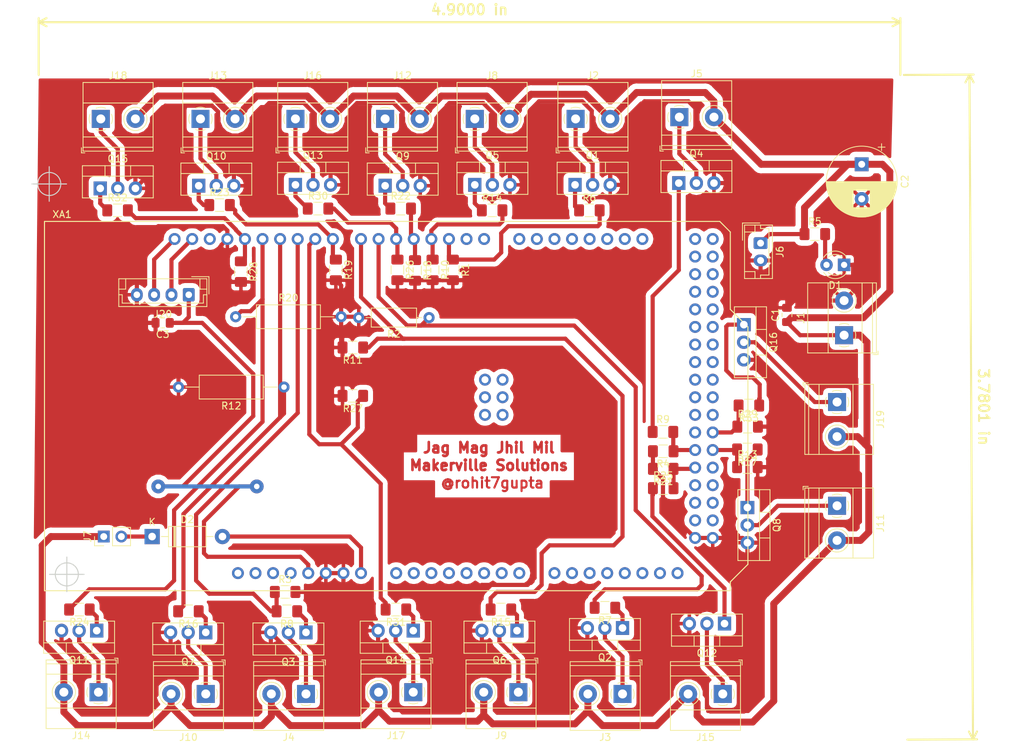
<source format=kicad_pcb>
(kicad_pcb (version 20171130) (host pcbnew "(5.0.1-3-g963ef8bb5)")
  (layers (0 F.Cu signal) (31 B.Cu signal) (34 B.Paste user) (35 F.Paste user) (36 B.SilkS user) (37 F.SilkS user) (38 B.Mask user) (39 F.Mask user) (44 Edge.Cuts user))
  (net 0 "")
  (net 1 +12V)
  (net 2 GND)
  (net 3 +5V)
  (net 4 "Net-(D1-Pad2)")
  (net 5 VIN)
  (net 6 "Net-(D2-Pad1)")
  (net 7 "Net-(J2-Pad1)")
  (net 8 "Net-(J3-Pad1)")
  (net 9 "Net-(J4-Pad1)")
  (net 10 "Net-(J5-Pad1)")
  (net 11 "Net-(J8-Pad1)")
  (net 12 "Net-(J9-Pad1)")
  (net 13 "Net-(J10-Pad1)")
  (net 14 "Net-(J11-Pad1)")
  (net 15 "Net-(J12-Pad1)")
  (net 16 "Net-(J13-Pad1)")
  (net 17 "Net-(J14-Pad1)")
  (net 18 "Net-(J15-Pad1)")
  (net 19 "Net-(J16-Pad1)")
  (net 20 "Net-(J17-Pad1)")
  (net 21 "Net-(J18-Pad1)")
  (net 22 "Net-(J19-Pad1)")
  (net 23 "Net-(J20-Pad2)")
  (net 24 "Net-(J20-Pad3)")
  (net 25 "Net-(Q1-Pad1)")
  (net 26 "Net-(Q2-Pad1)")
  (net 27 "Net-(Q3-Pad1)")
  (net 28 "Net-(Q4-Pad1)")
  (net 29 "Net-(Q5-Pad1)")
  (net 30 "Net-(Q6-Pad1)")
  (net 31 "Net-(Q7-Pad1)")
  (net 32 "Net-(Q8-Pad1)")
  (net 33 "Net-(Q9-Pad1)")
  (net 34 "Net-(Q10-Pad1)")
  (net 35 "Net-(Q11-Pad1)")
  (net 36 "Net-(Q12-Pad1)")
  (net 37 "Net-(Q13-Pad1)")
  (net 38 "Net-(Q14-Pad1)")
  (net 39 "Net-(Q15-Pad1)")
  (net 40 "Net-(Q16-Pad1)")
  (net 41 PWM1)
  (net 42 PWM5)
  (net 43 PWM9)
  (net 44 PWM13)
  (net 45 PWM2)
  (net 46 PWM6)
  (net 47 PWM10)
  (net 48 PWM14)
  (net 49 PWM3)
  (net 50 PWM7)
  (net 51 PWM11)
  (net 52 PWM15)
  (net 53 PWM4)
  (net 54 PWM8)
  (net 55 PWM12)
  (net 56 PWM16)
  (net 57 "Net-(XA1-PadRST2)")
  (net 58 "Net-(XA1-PadGND4)")
  (net 59 "Net-(XA1-PadMOSI)")
  (net 60 "Net-(XA1-PadSCK)")
  (net 61 "Net-(XA1-Pad5V2)")
  (net 62 "Net-(XA1-PadA0)")
  (net 63 "Net-(XA1-Pad3V3)")
  (net 64 "Net-(XA1-PadRST1)")
  (net 65 "Net-(XA1-PadIORF)")
  (net 66 "Net-(XA1-PadD21)")
  (net 67 "Net-(XA1-PadD20)")
  (net 68 "Net-(XA1-PadD19)")
  (net 69 "Net-(XA1-PadD18)")
  (net 70 "Net-(XA1-PadD17)")
  (net 71 "Net-(XA1-PadD16)")
  (net 72 "Net-(XA1-PadD15)")
  (net 73 "Net-(XA1-PadD14)")
  (net 74 "Net-(XA1-PadD0)")
  (net 75 "Net-(XA1-PadD1)")
  (net 76 "Net-(XA1-PadAREF)")
  (net 77 "Net-(XA1-PadA1)")
  (net 78 "Net-(XA1-PadA2)")
  (net 79 "Net-(XA1-PadA3)")
  (net 80 "Net-(XA1-PadA4)")
  (net 81 "Net-(XA1-PadA5)")
  (net 82 "Net-(XA1-PadA6)")
  (net 83 "Net-(XA1-PadA7)")
  (net 84 "Net-(XA1-PadA8)")
  (net 85 "Net-(XA1-PadA9)")
  (net 86 "Net-(XA1-PadA10)")
  (net 87 "Net-(XA1-PadA11)")
  (net 88 "Net-(XA1-PadA12)")
  (net 89 "Net-(XA1-PadA13)")
  (net 90 "Net-(XA1-PadA14)")
  (net 91 "Net-(XA1-PadA15)")
  (net 92 "Net-(XA1-Pad5V3)")
  (net 93 "Net-(XA1-Pad5V4)")
  (net 94 "Net-(XA1-PadD22)")
  (net 95 "Net-(XA1-PadD23)")
  (net 96 "Net-(XA1-PadD24)")
  (net 97 "Net-(XA1-PadD25)")
  (net 98 "Net-(XA1-PadD26)")
  (net 99 "Net-(XA1-PadD27)")
  (net 100 "Net-(XA1-PadD28)")
  (net 101 "Net-(XA1-PadD29)")
  (net 102 "Net-(XA1-PadD30)")
  (net 103 "Net-(XA1-PadD31)")
  (net 104 "Net-(XA1-PadD32)")
  (net 105 "Net-(XA1-PadD33)")
  (net 106 "Net-(XA1-PadD34)")
  (net 107 "Net-(XA1-PadD35)")
  (net 108 "Net-(XA1-PadD36)")
  (net 109 "Net-(XA1-PadD37)")
  (net 110 "Net-(XA1-PadD38)")
  (net 111 "Net-(XA1-PadD39)")
  (net 112 "Net-(XA1-PadD40)")
  (net 113 "Net-(XA1-PadD41)")
  (net 114 "Net-(XA1-PadD42)")
  (net 115 "Net-(XA1-PadD47)")
  (net 116 "Net-(XA1-PadD48)")
  (net 117 "Net-(XA1-PadD49)")
  (net 118 "Net-(XA1-PadD50)")
  (net 119 "Net-(XA1-PadD51)")
  (net 120 "Net-(XA1-PadD52)")
  (net 121 "Net-(XA1-PadD53)")
  (net 122 "Net-(XA1-PadMISO)")
  (module Resistor_THT:R_Axial_DIN0207_L6.3mm_D2.5mm_P10.16mm_Horizontal (layer F.Cu) (at 119.38 65.532 180)
    (fp_text reference R2 (at 5.08 -2.37 180) (layer F.SilkS))
    (fp_text value 100k)
    (pad 2 thru_hole oval (at 10.16 0 180) (size 1.6 1.6) (drill 0.8) (layers *.Cu *.Mask) (net 2 GND))
    (pad 1 thru_hole circle (at 0 0 180) (size 1.6 1.6) (drill 0.8) (layers *.Cu *.Mask) (net 42 PWM5))
  )
  (module Resistor_THT:R_Axial_DIN0309_L9.0mm_D3.2mm_P15.24mm_Horizontal (layer F.Cu) (at 98.425 75.565 180)
    (fp_text reference R12 (at 7.62 -2.72 180) (layer F.SilkS))
    (fp_text value 100k)
    (pad 2 thru_hole oval (at 15.24 0 180) (size 1.6 1.6) (drill 0.8) (layers *.Cu *.Mask) (net 2 GND))
    (pad 1 thru_hole circle (at 0 0 180) (size 1.6 1.6) (drill 0.8) (layers *.Cu *.Mask) (net 47 PWM10))
  )
  (module Resistor_THT:R_Axial_DIN0309_L9.0mm_D3.2mm_P15.24mm_Horizontal (layer F.Cu) (at 91.44 65.405)
    (fp_text reference R20 (at 7.62 -2.72) (layer F.SilkS))
    (fp_text value 100k)
    (pad 2 thru_hole oval (at 15.24 0) (size 1.6 1.6) (drill 0.8) (layers *.Cu *.Mask) (net 2 GND))
    (pad 1 thru_hole circle (at 0 0) (size 1.6 1.6) (drill 0.8) (layers *.Cu *.Mask) (net 51 PWM11))
  )
  (module Arduino:Arduino_Mega2560_Shield (layer F.Cu) (at 63.829001 104.977001)
    (fp_text reference XA1 (at 2.54 -54.356) (layer F.SilkS))
    (fp_text value Arduino_Mega2560_Shield)
    (fp_text user . (at 62.484 -32.004) (layer F.SilkS))
    (pad MISO thru_hole oval (at 63.627 -30.48) (size 1.7272 1.7272) (drill 1.016) (layers *.Cu *.Mask) (net 122 "Net-(XA1-PadMISO)"))
    (pad GND6 thru_hole oval (at 96.52 -7.62) (size 1.7272 1.7272) (drill 1.016) (layers *.Cu *.Mask) (net 2 GND))
    (pad GND5 thru_hole oval (at 93.98 -7.62) (size 1.7272 1.7272) (drill 1.016) (layers *.Cu *.Mask) (net 2 GND))
    (pad D53 thru_hole oval (at 96.52 -10.16) (size 1.7272 1.7272) (drill 1.016) (layers *.Cu *.Mask) (net 121 "Net-(XA1-PadD53)"))
    (pad D52 thru_hole oval (at 93.98 -10.16) (size 1.7272 1.7272) (drill 1.016) (layers *.Cu *.Mask) (net 120 "Net-(XA1-PadD52)"))
    (pad D51 thru_hole oval (at 96.52 -12.7) (size 1.7272 1.7272) (drill 1.016) (layers *.Cu *.Mask) (net 119 "Net-(XA1-PadD51)"))
    (pad D50 thru_hole oval (at 93.98 -12.7) (size 1.7272 1.7272) (drill 1.016) (layers *.Cu *.Mask) (net 118 "Net-(XA1-PadD50)"))
    (pad D49 thru_hole oval (at 96.52 -15.24) (size 1.7272 1.7272) (drill 1.016) (layers *.Cu *.Mask) (net 117 "Net-(XA1-PadD49)"))
    (pad D48 thru_hole oval (at 93.98 -15.24) (size 1.7272 1.7272) (drill 1.016) (layers *.Cu *.Mask) (net 116 "Net-(XA1-PadD48)"))
    (pad D47 thru_hole oval (at 96.52 -17.78) (size 1.7272 1.7272) (drill 1.016) (layers *.Cu *.Mask) (net 115 "Net-(XA1-PadD47)"))
    (pad D46 thru_hole oval (at 93.98 -17.78) (size 1.7272 1.7272) (drill 1.016) (layers *.Cu *.Mask) (net 52 PWM15))
    (pad D45 thru_hole oval (at 96.52 -20.32) (size 1.7272 1.7272) (drill 1.016) (layers *.Cu *.Mask) (net 48 PWM14))
    (pad D44 thru_hole oval (at 93.98 -20.32) (size 1.7272 1.7272) (drill 1.016) (layers *.Cu *.Mask) (net 44 PWM13))
    (pad D43 thru_hole oval (at 96.52 -22.86) (size 1.7272 1.7272) (drill 1.016) (layers *.Cu *.Mask) (net 56 PWM16))
    (pad D42 thru_hole oval (at 93.98 -22.86) (size 1.7272 1.7272) (drill 1.016) (layers *.Cu *.Mask) (net 114 "Net-(XA1-PadD42)"))
    (pad D41 thru_hole oval (at 96.52 -25.4) (size 1.7272 1.7272) (drill 1.016) (layers *.Cu *.Mask) (net 113 "Net-(XA1-PadD41)"))
    (pad D40 thru_hole oval (at 93.98 -25.4) (size 1.7272 1.7272) (drill 1.016) (layers *.Cu *.Mask) (net 112 "Net-(XA1-PadD40)"))
    (pad D39 thru_hole oval (at 96.52 -27.94) (size 1.7272 1.7272) (drill 1.016) (layers *.Cu *.Mask) (net 111 "Net-(XA1-PadD39)"))
    (pad D38 thru_hole oval (at 93.98 -27.94) (size 1.7272 1.7272) (drill 1.016) (layers *.Cu *.Mask) (net 110 "Net-(XA1-PadD38)"))
    (pad D37 thru_hole oval (at 96.52 -30.48) (size 1.7272 1.7272) (drill 1.016) (layers *.Cu *.Mask) (net 109 "Net-(XA1-PadD37)"))
    (pad D36 thru_hole oval (at 93.98 -30.48) (size 1.7272 1.7272) (drill 1.016) (layers *.Cu *.Mask) (net 108 "Net-(XA1-PadD36)"))
    (pad D35 thru_hole oval (at 96.52 -33.02) (size 1.7272 1.7272) (drill 1.016) (layers *.Cu *.Mask) (net 107 "Net-(XA1-PadD35)"))
    (pad D34 thru_hole oval (at 93.98 -33.02) (size 1.7272 1.7272) (drill 1.016) (layers *.Cu *.Mask) (net 106 "Net-(XA1-PadD34)"))
    (pad D33 thru_hole oval (at 96.52 -35.56) (size 1.7272 1.7272) (drill 1.016) (layers *.Cu *.Mask) (net 105 "Net-(XA1-PadD33)"))
    (pad D32 thru_hole oval (at 93.98 -35.56) (size 1.7272 1.7272) (drill 1.016) (layers *.Cu *.Mask) (net 104 "Net-(XA1-PadD32)"))
    (pad D31 thru_hole oval (at 96.52 -38.1) (size 1.7272 1.7272) (drill 1.016) (layers *.Cu *.Mask) (net 103 "Net-(XA1-PadD31)"))
    (pad D30 thru_hole oval (at 93.98 -38.1) (size 1.7272 1.7272) (drill 1.016) (layers *.Cu *.Mask) (net 102 "Net-(XA1-PadD30)"))
    (pad D29 thru_hole oval (at 96.52 -40.64) (size 1.7272 1.7272) (drill 1.016) (layers *.Cu *.Mask) (net 101 "Net-(XA1-PadD29)"))
    (pad D28 thru_hole oval (at 93.98 -40.64) (size 1.7272 1.7272) (drill 1.016) (layers *.Cu *.Mask) (net 100 "Net-(XA1-PadD28)"))
    (pad D27 thru_hole oval (at 96.52 -43.18) (size 1.7272 1.7272) (drill 1.016) (layers *.Cu *.Mask) (net 99 "Net-(XA1-PadD27)"))
    (pad D26 thru_hole oval (at 93.98 -43.18) (size 1.7272 1.7272) (drill 1.016) (layers *.Cu *.Mask) (net 98 "Net-(XA1-PadD26)"))
    (pad D25 thru_hole oval (at 96.52 -45.72) (size 1.7272 1.7272) (drill 1.016) (layers *.Cu *.Mask) (net 97 "Net-(XA1-PadD25)"))
    (pad D24 thru_hole oval (at 93.98 -45.72) (size 1.7272 1.7272) (drill 1.016) (layers *.Cu *.Mask) (net 96 "Net-(XA1-PadD24)"))
    (pad D23 thru_hole oval (at 96.52 -48.26) (size 1.7272 1.7272) (drill 1.016) (layers *.Cu *.Mask) (net 95 "Net-(XA1-PadD23)"))
    (pad D22 thru_hole oval (at 93.98 -48.26) (size 1.7272 1.7272) (drill 1.016) (layers *.Cu *.Mask) (net 94 "Net-(XA1-PadD22)"))
    (pad 5V4 thru_hole oval (at 96.52 -50.8) (size 1.7272 1.7272) (drill 1.016) (layers *.Cu *.Mask) (net 93 "Net-(XA1-Pad5V4)"))
    (pad 5V3 thru_hole oval (at 93.98 -50.8) (size 1.7272 1.7272) (drill 1.016) (layers *.Cu *.Mask) (net 92 "Net-(XA1-Pad5V3)"))
    (pad A15 thru_hole oval (at 91.44 -2.54) (size 1.7272 1.7272) (drill 1.016) (layers *.Cu *.Mask) (net 91 "Net-(XA1-PadA15)"))
    (pad A14 thru_hole oval (at 88.9 -2.54) (size 1.7272 1.7272) (drill 1.016) (layers *.Cu *.Mask) (net 90 "Net-(XA1-PadA14)"))
    (pad A13 thru_hole oval (at 86.36 -2.54) (size 1.7272 1.7272) (drill 1.016) (layers *.Cu *.Mask) (net 89 "Net-(XA1-PadA13)"))
    (pad A12 thru_hole oval (at 83.82 -2.54) (size 1.7272 1.7272) (drill 1.016) (layers *.Cu *.Mask) (net 88 "Net-(XA1-PadA12)"))
    (pad A11 thru_hole oval (at 81.28 -2.54) (size 1.7272 1.7272) (drill 1.016) (layers *.Cu *.Mask) (net 87 "Net-(XA1-PadA11)"))
    (pad A10 thru_hole oval (at 78.74 -2.54) (size 1.7272 1.7272) (drill 1.016) (layers *.Cu *.Mask) (net 86 "Net-(XA1-PadA10)"))
    (pad A9 thru_hole oval (at 76.2 -2.54) (size 1.7272 1.7272) (drill 1.016) (layers *.Cu *.Mask) (net 85 "Net-(XA1-PadA9)"))
    (pad A8 thru_hole oval (at 73.66 -2.54) (size 1.7272 1.7272) (drill 1.016) (layers *.Cu *.Mask) (net 84 "Net-(XA1-PadA8)"))
    (pad A7 thru_hole oval (at 68.58 -2.54) (size 1.7272 1.7272) (drill 1.016) (layers *.Cu *.Mask) (net 83 "Net-(XA1-PadA7)"))
    (pad A6 thru_hole oval (at 66.04 -2.54) (size 1.7272 1.7272) (drill 1.016) (layers *.Cu *.Mask) (net 82 "Net-(XA1-PadA6)"))
    (pad A5 thru_hole oval (at 63.5 -2.54) (size 1.7272 1.7272) (drill 1.016) (layers *.Cu *.Mask) (net 81 "Net-(XA1-PadA5)"))
    (pad A4 thru_hole oval (at 60.96 -2.54) (size 1.7272 1.7272) (drill 1.016) (layers *.Cu *.Mask) (net 80 "Net-(XA1-PadA4)"))
    (pad A3 thru_hole oval (at 58.42 -2.54) (size 1.7272 1.7272) (drill 1.016) (layers *.Cu *.Mask) (net 79 "Net-(XA1-PadA3)"))
    (pad A2 thru_hole oval (at 55.88 -2.54) (size 1.7272 1.7272) (drill 1.016) (layers *.Cu *.Mask) (net 78 "Net-(XA1-PadA2)"))
    (pad A1 thru_hole oval (at 53.34 -2.54) (size 1.7272 1.7272) (drill 1.016) (layers *.Cu *.Mask) (net 77 "Net-(XA1-PadA1)"))
    (pad "" thru_hole oval (at 27.94 -2.54) (size 1.7272 1.7272) (drill 1.016) (layers *.Cu *.Mask))
    (pad D11 thru_hole oval (at 34.036 -50.8) (size 1.7272 1.7272) (drill 1.016) (layers *.Cu *.Mask) (net 47 PWM10))
    (pad D12 thru_hole oval (at 31.496 -50.8) (size 1.7272 1.7272) (drill 1.016) (layers *.Cu *.Mask) (net 51 PWM11))
    (pad D13 thru_hole oval (at 28.956 -50.8) (size 1.7272 1.7272) (drill 1.016) (layers *.Cu *.Mask) (net 55 PWM12))
    (pad AREF thru_hole oval (at 23.876 -50.8) (size 1.7272 1.7272) (drill 1.016) (layers *.Cu *.Mask) (net 76 "Net-(XA1-PadAREF)"))
    (pad SDA thru_hole oval (at 21.336 -50.8) (size 1.7272 1.7272) (drill 1.016) (layers *.Cu *.Mask) (net 23 "Net-(J20-Pad2)"))
    (pad SCL thru_hole oval (at 18.796 -50.8) (size 1.7272 1.7272) (drill 1.016) (layers *.Cu *.Mask) (net 24 "Net-(J20-Pad3)"))
    (pad D10 thru_hole oval (at 36.576 -50.8) (size 1.7272 1.7272) (drill 1.016) (layers *.Cu *.Mask) (net 43 PWM9))
    (pad D9 thru_hole oval (at 39.116 -50.8) (size 1.7272 1.7272) (drill 1.016) (layers *.Cu *.Mask) (net 54 PWM8))
    (pad D8 thru_hole oval (at 41.656 -50.8) (size 1.7272 1.7272) (drill 1.016) (layers *.Cu *.Mask) (net 50 PWM7))
    (pad GND1 thru_hole oval (at 26.416 -50.8) (size 1.7272 1.7272) (drill 1.016) (layers *.Cu *.Mask) (net 2 GND))
    (pad D7 thru_hole oval (at 45.72 -50.8) (size 1.7272 1.7272) (drill 1.016) (layers *.Cu *.Mask) (net 46 PWM6))
    (pad D6 thru_hole oval (at 48.26 -50.8) (size 1.7272 1.7272) (drill 1.016) (layers *.Cu *.Mask) (net 42 PWM5))
    (pad D5 thru_hole oval (at 50.8 -50.8) (size 1.7272 1.7272) (drill 1.016) (layers *.Cu *.Mask) (net 53 PWM4))
    (pad D4 thru_hole oval (at 53.34 -50.8) (size 1.7272 1.7272) (drill 1.016) (layers *.Cu *.Mask) (net 49 PWM3))
    (pad D3 thru_hole oval (at 55.88 -50.8) (size 1.7272 1.7272) (drill 1.016) (layers *.Cu *.Mask) (net 45 PWM2))
    (pad D2 thru_hole oval (at 58.42 -50.8) (size 1.7272 1.7272) (drill 1.016) (layers *.Cu *.Mask) (net 41 PWM1))
    (pad D1 thru_hole oval (at 60.96 -50.8) (size 1.7272 1.7272) (drill 1.016) (layers *.Cu *.Mask) (net 75 "Net-(XA1-PadD1)"))
    (pad D0 thru_hole oval (at 63.5 -50.8) (size 1.7272 1.7272) (drill 1.016) (layers *.Cu *.Mask) (net 74 "Net-(XA1-PadD0)"))
    (pad D14 thru_hole oval (at 68.58 -50.8) (size 1.7272 1.7272) (drill 1.016) (layers *.Cu *.Mask) (net 73 "Net-(XA1-PadD14)"))
    (pad D15 thru_hole oval (at 71.12 -50.8) (size 1.7272 1.7272) (drill 1.016) (layers *.Cu *.Mask) (net 72 "Net-(XA1-PadD15)"))
    (pad D16 thru_hole oval (at 73.66 -50.8) (size 1.7272 1.7272) (drill 1.016) (layers *.Cu *.Mask) (net 71 "Net-(XA1-PadD16)"))
    (pad D17 thru_hole oval (at 76.2 -50.8) (size 1.7272 1.7272) (drill 1.016) (layers *.Cu *.Mask) (net 70 "Net-(XA1-PadD17)"))
    (pad D18 thru_hole oval (at 78.74 -50.8) (size 1.7272 1.7272) (drill 1.016) (layers *.Cu *.Mask) (net 69 "Net-(XA1-PadD18)"))
    (pad D19 thru_hole oval (at 81.28 -50.8) (size 1.7272 1.7272) (drill 1.016) (layers *.Cu *.Mask) (net 68 "Net-(XA1-PadD19)"))
    (pad D20 thru_hole oval (at 83.82 -50.8) (size 1.7272 1.7272) (drill 1.016) (layers *.Cu *.Mask) (net 67 "Net-(XA1-PadD20)"))
    (pad D21 thru_hole oval (at 86.36 -50.8) (size 1.7272 1.7272) (drill 1.016) (layers *.Cu *.Mask) (net 66 "Net-(XA1-PadD21)"))
    (pad IORF thru_hole oval (at 30.48 -2.54) (size 1.7272 1.7272) (drill 1.016) (layers *.Cu *.Mask) (net 65 "Net-(XA1-PadIORF)"))
    (pad RST1 thru_hole oval (at 33.02 -2.54) (size 1.7272 1.7272) (drill 1.016) (layers *.Cu *.Mask) (net 64 "Net-(XA1-PadRST1)"))
    (pad 3V3 thru_hole oval (at 35.56 -2.54) (size 1.7272 1.7272) (drill 1.016) (layers *.Cu *.Mask) (net 63 "Net-(XA1-Pad3V3)"))
    (pad 5V1 thru_hole oval (at 38.1 -2.54) (size 1.7272 1.7272) (drill 1.016) (layers *.Cu *.Mask) (net 3 +5V))
    (pad GND2 thru_hole oval (at 40.64 -2.54) (size 1.7272 1.7272) (drill 1.016) (layers *.Cu *.Mask) (net 2 GND))
    (pad GND3 thru_hole oval (at 43.18 -2.54) (size 1.7272 1.7272) (drill 1.016) (layers *.Cu *.Mask) (net 2 GND))
    (pad VIN thru_hole oval (at 45.72 -2.54) (size 1.7272 1.7272) (drill 1.016) (layers *.Cu *.Mask) (net 5 VIN))
    (pad A0 thru_hole oval (at 50.8 -2.54) (size 1.7272 1.7272) (drill 1.016) (layers *.Cu *.Mask) (net 62 "Net-(XA1-PadA0)"))
    (pad 5V2 thru_hole oval (at 66.167 -30.48) (size 1.7272 1.7272) (drill 1.016) (layers *.Cu *.Mask) (net 61 "Net-(XA1-Pad5V2)"))
    (pad SCK thru_hole oval (at 63.627 -27.94) (size 1.7272 1.7272) (drill 1.016) (layers *.Cu *.Mask) (net 60 "Net-(XA1-PadSCK)"))
    (pad MOSI thru_hole oval (at 66.167 -27.94) (size 1.7272 1.7272) (drill 1.016) (layers *.Cu *.Mask) (net 59 "Net-(XA1-PadMOSI)"))
    (pad GND4 thru_hole oval (at 66.167 -25.4) (size 1.7272 1.7272) (drill 1.016) (layers *.Cu *.Mask) (net 58 "Net-(XA1-PadGND4)"))
    (pad RST2 thru_hole oval (at 63.627 -25.4) (size 1.7272 1.7272) (drill 1.016) (layers *.Cu *.Mask) (net 57 "Net-(XA1-PadRST2)"))
  )
  (module TerminalBlock_Phoenix:TerminalBlock_Phoenix_MKDS-1,5-2_1x02_P5.00mm_Horizontal (layer F.Cu) (at 100.076 36.83)
    (fp_text reference J16 (at 2.5 -6.26) (layer F.SilkS))
    (fp_text value LED_Strip)
    (pad 1 thru_hole rect (at 0 0) (size 2.6 2.6) (drill 1.3) (layers *.Cu *.Mask) (net 19 "Net-(J16-Pad1)"))
    (pad 2 thru_hole circle (at 5 0) (size 2.6 2.6) (drill 1.3) (layers *.Cu *.Mask) (net 1 +12V))
  )
  (module Capacitor_THT:CP_Radial_D10.0mm_P5.00mm (layer F.Cu) (at 181.864 43.387 270)
    (fp_text reference C2 (at 2.5 -6.25 270) (layer F.SilkS))
    (fp_text value 1000uF)
    (pad 2 thru_hole circle (at 5 0 270) (size 2 2) (drill 1) (layers *.Cu *.Mask) (net 2 GND))
    (pad 1 thru_hole rect (at 0 0 270) (size 2 2) (drill 1) (layers *.Cu *.Mask) (net 1 +12V))
  )
  (module Connector_PinHeader_2.54mm:PinHeader_1x02_P2.54mm_Vertical (layer F.Cu) (at 72.39 97.155 90)
    (fp_text reference J7 (at 0 -2.33 90) (layer F.SilkS))
    (fp_text value Pwr_Sl)
    (pad 2 thru_hole oval (at 0 2.54 90) (size 1.7 1.7) (drill 1) (layers *.Cu *.Mask) (net 6 "Net-(D2-Pad1)"))
    (pad 1 thru_hole rect (at 0 0 90) (size 1.7 1.7) (drill 1) (layers *.Cu *.Mask) (net 1 +12V))
  )
  (module Diode_THT:D_DO-41_SOD81_P10.16mm_Horizontal (layer F.Cu) (at 79.375 97.155)
    (fp_text reference D2 (at 5.08 -2.47) (layer F.SilkS))
    (fp_text value DIODE)
    (fp_text user K (at 0 -2.1) (layer F.SilkS))
    (pad 2 thru_hole oval (at 10.16 0) (size 2.2 2.2) (drill 1.1) (layers *.Cu *.Mask) (net 5 VIN))
    (pad 1 thru_hole rect (at 0 0) (size 2.2 2.2) (drill 1.1) (layers *.Cu *.Mask) (net 6 "Net-(D2-Pad1)"))
  )
  (module Capacitor_SMD:C_0805_2012Metric_Pad1.15x1.40mm_HandSolder (layer F.Cu) (at 171.069 65.142 90)
    (fp_text reference C1 (at 0 -1.65 90) (layer F.SilkS))
    (fp_text value 0.1uF)
    (pad 1 smd roundrect (at -1.025 0 90) (size 1.15 1.4) (layers F.Cu F.Paste F.Mask) (roundrect_rratio 0.217391) (net 1 +12V))
    (pad 2 smd roundrect (at 1.025 0 90) (size 1.15 1.4) (layers F.Cu F.Paste F.Mask) (roundrect_rratio 0.217391) (net 2 GND))
  )
  (module Capacitor_SMD:C_0805_2012Metric_Pad1.15x1.40mm_HandSolder (layer F.Cu) (at 80.899 66.294 180)
    (fp_text reference C3 (at 0 -1.65 180) (layer F.SilkS))
    (fp_text value 0.1uF)
    (pad 2 smd roundrect (at 1.025 0 180) (size 1.15 1.4) (layers F.Cu F.Paste F.Mask) (roundrect_rratio 0.217391) (net 2 GND))
    (pad 1 smd roundrect (at -1.025 0 180) (size 1.15 1.4) (layers F.Cu F.Paste F.Mask) (roundrect_rratio 0.217391) (net 3 +5V))
  )
  (module LED_THT:LED_D3.0mm_FlatTop (layer F.Cu) (at 179.324 57.912 180)
    (fp_text reference D1 (at 1.27 -2.96 180) (layer F.SilkS))
    (fp_text value Pwr_LED)
    (pad 1 thru_hole rect (at 0 0 180) (size 1.8 1.8) (drill 0.9) (layers *.Cu *.Mask) (net 2 GND))
    (pad 2 thru_hole circle (at 2.54 0 180) (size 1.8 1.8) (drill 0.9) (layers *.Cu *.Mask) (net 4 "Net-(D1-Pad2)"))
  )
  (module TerminalBlock_Phoenix:TerminalBlock_Phoenix_MKDS-1,5-2_1x02_P5.00mm_Horizontal (layer F.Cu) (at 179.324 68.072 90)
    (fp_text reference J1 (at 2.5 -6.26 90) (layer F.SilkS))
    (fp_text value PowerCon)
    (pad 2 thru_hole circle (at 5 0 90) (size 2.6 2.6) (drill 1.3) (layers *.Cu *.Mask) (net 2 GND))
    (pad 1 thru_hole rect (at 0 0 90) (size 2.6 2.6) (drill 1.3) (layers *.Cu *.Mask) (net 1 +12V))
  )
  (module TerminalBlock_Phoenix:TerminalBlock_Phoenix_MKDS-1,5-2_1x02_P5.00mm_Horizontal (layer F.Cu) (at 140.542 36.83)
    (fp_text reference J2 (at 2.5 -6.26) (layer F.SilkS))
    (fp_text value LED_Strip)
    (pad 2 thru_hole circle (at 5 0) (size 2.6 2.6) (drill 1.3) (layers *.Cu *.Mask) (net 1 +12V))
    (pad 1 thru_hole rect (at 0 0) (size 2.6 2.6) (drill 1.3) (layers *.Cu *.Mask) (net 7 "Net-(J2-Pad1)"))
  )
  (module TerminalBlock_Phoenix:TerminalBlock_Phoenix_MKDS-1,5-2_1x02_P5.00mm_Horizontal (layer F.Cu) (at 147.32 119.888 180)
    (fp_text reference J3 (at 2.5 -6.26 180) (layer F.SilkS))
    (fp_text value LED_Strip)
    (pad 2 thru_hole circle (at 5 0 180) (size 2.6 2.6) (drill 1.3) (layers *.Cu *.Mask) (net 1 +12V))
    (pad 1 thru_hole rect (at 0 0 180) (size 2.6 2.6) (drill 1.3) (layers *.Cu *.Mask) (net 8 "Net-(J3-Pad1)"))
  )
  (module TerminalBlock_Phoenix:TerminalBlock_Phoenix_MKDS-1,5-2_1x02_P5.00mm_Horizontal (layer F.Cu) (at 101.6 119.888 180)
    (fp_text reference J4 (at 2.5 -6.26 180) (layer F.SilkS))
    (fp_text value LED_Strip)
    (pad 1 thru_hole rect (at 0 0 180) (size 2.6 2.6) (drill 1.3) (layers *.Cu *.Mask) (net 9 "Net-(J4-Pad1)"))
    (pad 2 thru_hole circle (at 5 0 180) (size 2.6 2.6) (drill 1.3) (layers *.Cu *.Mask) (net 1 +12V))
  )
  (module TerminalBlock_Phoenix:TerminalBlock_Phoenix_MKDS-1,5-2_1x02_P5.00mm_Horizontal (layer F.Cu) (at 155.528 36.576)
    (fp_text reference J5 (at 2.5 -6.26) (layer F.SilkS))
    (fp_text value LED_Strip)
    (pad 1 thru_hole rect (at 0 0) (size 2.6 2.6) (drill 1.3) (layers *.Cu *.Mask) (net 10 "Net-(J5-Pad1)"))
    (pad 2 thru_hole circle (at 5 0) (size 2.6 2.6) (drill 1.3) (layers *.Cu *.Mask) (net 1 +12V))
  )
  (module Connector_JST:JST_EH_B02B-EH-A_1x02_P2.50mm_Vertical (layer F.Cu) (at 167.259 54.777 270)
    (fp_text reference J6 (at 1.25 -2.8 270) (layer F.SilkS))
    (fp_text value fan_conn)
    (pad 2 thru_hole oval (at 2.5 0 270) (size 1.7 2) (drill 1) (layers *.Cu *.Mask) (net 2 GND))
    (pad 1 thru_hole roundrect (at 0 0 270) (size 1.7 2) (drill 1) (layers *.Cu *.Mask) (roundrect_rratio 0.147059) (net 1 +12V))
  )
  (module TerminalBlock_Phoenix:TerminalBlock_Phoenix_MKDS-1,5-2_1x02_P5.00mm_Horizontal (layer F.Cu) (at 125.984 36.83)
    (fp_text reference J8 (at 2.5 -6.26) (layer F.SilkS))
    (fp_text value LED_Strip)
    (pad 2 thru_hole circle (at 5 0) (size 2.6 2.6) (drill 1.3) (layers *.Cu *.Mask) (net 1 +12V))
    (pad 1 thru_hole rect (at 0 0) (size 2.6 2.6) (drill 1.3) (layers *.Cu *.Mask) (net 11 "Net-(J8-Pad1)"))
  )
  (module TerminalBlock_Phoenix:TerminalBlock_Phoenix_MKDS-1,5-2_1x02_P5.00mm_Horizontal (layer F.Cu) (at 132.275001 119.634 180)
    (fp_text reference J9 (at 2.5 -6.26 180) (layer F.SilkS))
    (fp_text value LED_Strip)
    (pad 1 thru_hole rect (at 0 0 180) (size 2.6 2.6) (drill 1.3) (layers *.Cu *.Mask) (net 12 "Net-(J9-Pad1)"))
    (pad 2 thru_hole circle (at 5 0 180) (size 2.6 2.6) (drill 1.3) (layers *.Cu *.Mask) (net 1 +12V))
  )
  (module TerminalBlock_Phoenix:TerminalBlock_Phoenix_MKDS-1,5-2_1x02_P5.00mm_Horizontal (layer F.Cu) (at 87.122 119.888 180)
    (fp_text reference J10 (at 2.5 -6.26 180) (layer F.SilkS))
    (fp_text value LED_Strip)
    (pad 1 thru_hole rect (at 0 0 180) (size 2.6 2.6) (drill 1.3) (layers *.Cu *.Mask) (net 13 "Net-(J10-Pad1)"))
    (pad 2 thru_hole circle (at 5 0 180) (size 2.6 2.6) (drill 1.3) (layers *.Cu *.Mask) (net 1 +12V))
  )
  (module TerminalBlock_Phoenix:TerminalBlock_Phoenix_MKDS-1,5-2_1x02_P5.00mm_Horizontal (layer F.Cu) (at 178.308 92.71 270)
    (fp_text reference J11 (at 2.5 -6.26 270) (layer F.SilkS))
    (fp_text value LED_Strip)
    (pad 2 thru_hole circle (at 5 0 270) (size 2.6 2.6) (drill 1.3) (layers *.Cu *.Mask) (net 1 +12V))
    (pad 1 thru_hole rect (at 0 0 270) (size 2.6 2.6) (drill 1.3) (layers *.Cu *.Mask) (net 14 "Net-(J11-Pad1)"))
  )
  (module TerminalBlock_Phoenix:TerminalBlock_Phoenix_MKDS-1,5-2_1x02_P5.00mm_Horizontal (layer F.Cu) (at 113.03 36.83)
    (fp_text reference J12 (at 2.5 -6.26) (layer F.SilkS))
    (fp_text value LED_Strip)
    (pad 2 thru_hole circle (at 5 0) (size 2.6 2.6) (drill 1.3) (layers *.Cu *.Mask) (net 1 +12V))
    (pad 1 thru_hole rect (at 0 0) (size 2.6 2.6) (drill 1.3) (layers *.Cu *.Mask) (net 15 "Net-(J12-Pad1)"))
  )
  (module TerminalBlock_Phoenix:TerminalBlock_Phoenix_MKDS-1,5-2_1x02_P5.00mm_Horizontal (layer F.Cu) (at 86.36 36.83)
    (fp_text reference J13 (at 2.5 -6.26) (layer F.SilkS))
    (fp_text value LED_Strip)
    (pad 1 thru_hole rect (at 0 0) (size 2.6 2.6) (drill 1.3) (layers *.Cu *.Mask) (net 16 "Net-(J13-Pad1)"))
    (pad 2 thru_hole circle (at 5 0) (size 2.6 2.6) (drill 1.3) (layers *.Cu *.Mask) (net 1 +12V))
  )
  (module TerminalBlock_Phoenix:TerminalBlock_Phoenix_MKDS-1,5-2_1x02_P5.00mm_Horizontal (layer F.Cu) (at 71.628 119.634 180)
    (fp_text reference J14 (at 2.5 -6.26 180) (layer F.SilkS))
    (fp_text value LED_Strip)
    (pad 1 thru_hole rect (at 0 0 180) (size 2.6 2.6) (drill 1.3) (layers *.Cu *.Mask) (net 17 "Net-(J14-Pad1)"))
    (pad 2 thru_hole circle (at 5 0 180) (size 2.6 2.6) (drill 1.3) (layers *.Cu *.Mask) (net 1 +12V))
  )
  (module TerminalBlock_Phoenix:TerminalBlock_Phoenix_MKDS-1,5-2_1x02_P5.00mm_Horizontal (layer F.Cu) (at 161.798 119.888 180)
    (fp_text reference J15 (at 2.5 -6.26 180) (layer F.SilkS))
    (fp_text value LED_Strip)
    (pad 2 thru_hole circle (at 5 0 180) (size 2.6 2.6) (drill 1.3) (layers *.Cu *.Mask) (net 1 +12V))
    (pad 1 thru_hole rect (at 0 0 180) (size 2.6 2.6) (drill 1.3) (layers *.Cu *.Mask) (net 18 "Net-(J15-Pad1)"))
  )
  (module TerminalBlock_Phoenix:TerminalBlock_Phoenix_MKDS-1,5-2_1x02_P5.00mm_Horizontal (layer F.Cu) (at 117.094 119.634 180)
    (fp_text reference J17 (at 2.5 -6.26 180) (layer F.SilkS))
    (fp_text value LED_Strip)
    (pad 2 thru_hole circle (at 5 0 180) (size 2.6 2.6) (drill 1.3) (layers *.Cu *.Mask) (net 1 +12V))
    (pad 1 thru_hole rect (at 0 0 180) (size 2.6 2.6) (drill 1.3) (layers *.Cu *.Mask) (net 20 "Net-(J17-Pad1)"))
  )
  (module TerminalBlock_Phoenix:TerminalBlock_Phoenix_MKDS-1,5-2_1x02_P5.00mm_Horizontal (layer F.Cu) (at 71.962 36.83)
    (fp_text reference J18 (at 2.5 -6.26) (layer F.SilkS))
    (fp_text value LED_Strip)
    (pad 1 thru_hole rect (at 0 0) (size 2.6 2.6) (drill 1.3) (layers *.Cu *.Mask) (net 21 "Net-(J18-Pad1)"))
    (pad 2 thru_hole circle (at 5 0) (size 2.6 2.6) (drill 1.3) (layers *.Cu *.Mask) (net 1 +12V))
  )
  (module TerminalBlock_Phoenix:TerminalBlock_Phoenix_MKDS-1,5-2_1x02_P5.00mm_Horizontal (layer F.Cu) (at 178.308 77.724 270)
    (fp_text reference J19 (at 2.5 -6.26 270) (layer F.SilkS))
    (fp_text value LED_Strip)
    (pad 1 thru_hole rect (at 0 0 270) (size 2.6 2.6) (drill 1.3) (layers *.Cu *.Mask) (net 22 "Net-(J19-Pad1)"))
    (pad 2 thru_hole circle (at 5 0 270) (size 2.6 2.6) (drill 1.3) (layers *.Cu *.Mask) (net 1 +12V))
  )
  (module Connector_JST:JST_EH_B04B-EH-A_1x04_P2.50mm_Vertical (layer F.Cu) (at 84.669 62.23 180)
    (fp_text reference J20 (at 3.75 -2.8 180) (layer F.SilkS))
    (fp_text value Conn_01x04_Male)
    (pad 1 thru_hole roundrect (at 0 0 180) (size 1.7 1.95) (drill 0.95) (layers *.Cu *.Mask) (roundrect_rratio 0.147059) (net 3 +5V))
    (pad 2 thru_hole oval (at 2.5 0 180) (size 1.7 1.95) (drill 0.95) (layers *.Cu *.Mask) (net 23 "Net-(J20-Pad2)"))
    (pad 3 thru_hole oval (at 5 0 180) (size 1.7 1.95) (drill 0.95) (layers *.Cu *.Mask) (net 24 "Net-(J20-Pad3)"))
    (pad 4 thru_hole oval (at 7.5 0 180) (size 1.7 1.95) (drill 0.95) (layers *.Cu *.Mask) (net 2 GND))
  )
  (module Package_TO_SOT_THT:TO-220-3_Vertical (layer F.Cu) (at 140.462 46.355)
    (fp_text reference Q1 (at 2.54 -4.27) (layer F.SilkS))
    (fp_text value NMOS)
    (pad 1 thru_hole rect (at 0 0) (size 1.905 2) (drill 1.1) (layers *.Cu *.Mask) (net 25 "Net-(Q1-Pad1)"))
    (pad 2 thru_hole oval (at 2.54 0) (size 1.905 2) (drill 1.1) (layers *.Cu *.Mask) (net 7 "Net-(J2-Pad1)"))
    (pad 3 thru_hole oval (at 5.08 0) (size 1.905 2) (drill 1.1) (layers *.Cu *.Mask) (net 2 GND))
  )
  (module Package_TO_SOT_THT:TO-220-3_Vertical (layer F.Cu) (at 147.32 110.363 180)
    (fp_text reference Q2 (at 2.54 -4.27 180) (layer F.SilkS))
    (fp_text value NMOS)
    (pad 1 thru_hole rect (at 0 0 180) (size 1.905 2) (drill 1.1) (layers *.Cu *.Mask) (net 26 "Net-(Q2-Pad1)"))
    (pad 2 thru_hole oval (at 2.54 0 180) (size 1.905 2) (drill 1.1) (layers *.Cu *.Mask) (net 8 "Net-(J3-Pad1)"))
    (pad 3 thru_hole oval (at 5.08 0 180) (size 1.905 2) (drill 1.1) (layers *.Cu *.Mask) (net 2 GND))
  )
  (module Package_TO_SOT_THT:TO-220-3_Vertical (layer F.Cu) (at 101.6 110.998 180)
    (fp_text reference Q3 (at 2.54 -4.27 180) (layer F.SilkS))
    (fp_text value NMOS)
    (pad 1 thru_hole rect (at 0 0 180) (size 1.905 2) (drill 1.1) (layers *.Cu *.Mask) (net 27 "Net-(Q3-Pad1)"))
    (pad 2 thru_hole oval (at 2.54 0 180) (size 1.905 2) (drill 1.1) (layers *.Cu *.Mask) (net 9 "Net-(J4-Pad1)"))
    (pad 3 thru_hole oval (at 5.08 0 180) (size 1.905 2) (drill 1.1) (layers *.Cu *.Mask) (net 2 GND))
  )
  (module Package_TO_SOT_THT:TO-220-3_Vertical (layer F.Cu) (at 155.448 46.101)
    (fp_text reference Q4 (at 2.54 -4.27) (layer F.SilkS))
    (fp_text value NMOS)
    (pad 1 thru_hole rect (at 0 0) (size 1.905 2) (drill 1.1) (layers *.Cu *.Mask) (net 28 "Net-(Q4-Pad1)"))
    (pad 2 thru_hole oval (at 2.54 0) (size 1.905 2) (drill 1.1) (layers *.Cu *.Mask) (net 10 "Net-(J5-Pad1)"))
    (pad 3 thru_hole oval (at 5.08 0) (size 1.905 2) (drill 1.1) (layers *.Cu *.Mask) (net 2 GND))
  )
  (module Package_TO_SOT_THT:TO-220-3_Vertical (layer F.Cu) (at 125.984 46.355)
    (fp_text reference Q5 (at 2.54 -4.27) (layer F.SilkS))
    (fp_text value NMOS)
    (pad 3 thru_hole oval (at 5.08 0) (size 1.905 2) (drill 1.1) (layers *.Cu *.Mask) (net 2 GND))
    (pad 2 thru_hole oval (at 2.54 0) (size 1.905 2) (drill 1.1) (layers *.Cu *.Mask) (net 11 "Net-(J8-Pad1)"))
    (pad 1 thru_hole rect (at 0 0) (size 1.905 2) (drill 1.1) (layers *.Cu *.Mask) (net 29 "Net-(Q5-Pad1)"))
  )
  (module Package_TO_SOT_THT:TO-220-3_Vertical (layer F.Cu) (at 132.08 110.744 180)
    (fp_text reference Q6 (at 2.54 -4.27 180) (layer F.SilkS))
    (fp_text value NMOS)
    (pad 3 thru_hole oval (at 5.08 0 180) (size 1.905 2) (drill 1.1) (layers *.Cu *.Mask) (net 2 GND))
    (pad 2 thru_hole oval (at 2.54 0 180) (size 1.905 2) (drill 1.1) (layers *.Cu *.Mask) (net 12 "Net-(J9-Pad1)"))
    (pad 1 thru_hole rect (at 0 0 180) (size 1.905 2) (drill 1.1) (layers *.Cu *.Mask) (net 30 "Net-(Q6-Pad1)"))
  )
  (module Package_TO_SOT_THT:TO-220-3_Vertical (layer F.Cu) (at 87.122 110.998 180)
    (fp_text reference Q7 (at 2.54 -4.27 180) (layer F.SilkS))
    (fp_text value NMOS)
    (pad 3 thru_hole oval (at 5.08 0 180) (size 1.905 2) (drill 1.1) (layers *.Cu *.Mask) (net 2 GND))
    (pad 2 thru_hole oval (at 2.54 0 180) (size 1.905 2) (drill 1.1) (layers *.Cu *.Mask) (net 13 "Net-(J10-Pad1)"))
    (pad 1 thru_hole rect (at 0 0 180) (size 1.905 2) (drill 1.1) (layers *.Cu *.Mask) (net 31 "Net-(Q7-Pad1)"))
  )
  (module Package_TO_SOT_THT:TO-220-3_Vertical (layer F.Cu) (at 165.354 92.964 270)
    (fp_text reference Q8 (at 2.54 -4.27 270) (layer F.SilkS))
    (fp_text value NMOS)
    (pad 1 thru_hole rect (at 0 0 270) (size 1.905 2) (drill 1.1) (layers *.Cu *.Mask) (net 32 "Net-(Q8-Pad1)"))
    (pad 2 thru_hole oval (at 2.54 0 270) (size 1.905 2) (drill 1.1) (layers *.Cu *.Mask) (net 14 "Net-(J11-Pad1)"))
    (pad 3 thru_hole oval (at 5.08 0 270) (size 1.905 2) (drill 1.1) (layers *.Cu *.Mask) (net 2 GND))
  )
  (module Package_TO_SOT_THT:TO-220-3_Vertical (layer F.Cu) (at 113.03 46.482)
    (fp_text reference Q9 (at 2.54 -4.27) (layer F.SilkS))
    (fp_text value NMOS)
    (pad 3 thru_hole oval (at 5.08 0) (size 1.905 2) (drill 1.1) (layers *.Cu *.Mask) (net 2 GND))
    (pad 2 thru_hole oval (at 2.54 0) (size 1.905 2) (drill 1.1) (layers *.Cu *.Mask) (net 15 "Net-(J12-Pad1)"))
    (pad 1 thru_hole rect (at 0 0) (size 1.905 2) (drill 1.1) (layers *.Cu *.Mask) (net 33 "Net-(Q9-Pad1)"))
  )
  (module Package_TO_SOT_THT:TO-220-3_Vertical (layer F.Cu) (at 86.106 46.482)
    (fp_text reference Q10 (at 2.54 -4.27) (layer F.SilkS))
    (fp_text value NMOS)
    (pad 1 thru_hole rect (at 0 0) (size 1.905 2) (drill 1.1) (layers *.Cu *.Mask) (net 34 "Net-(Q10-Pad1)"))
    (pad 2 thru_hole oval (at 2.54 0) (size 1.905 2) (drill 1.1) (layers *.Cu *.Mask) (net 16 "Net-(J13-Pad1)"))
    (pad 3 thru_hole oval (at 5.08 0) (size 1.905 2) (drill 1.1) (layers *.Cu *.Mask) (net 2 GND))
  )
  (module Package_TO_SOT_THT:TO-220-3_Vertical (layer F.Cu) (at 71.374 110.744 180)
    (fp_text reference Q11 (at 2.54 -4.27 180) (layer F.SilkS))
    (fp_text value NMOS)
    (pad 3 thru_hole oval (at 5.08 0 180) (size 1.905 2) (drill 1.1) (layers *.Cu *.Mask) (net 2 GND))
    (pad 2 thru_hole oval (at 2.54 0 180) (size 1.905 2) (drill 1.1) (layers *.Cu *.Mask) (net 17 "Net-(J14-Pad1)"))
    (pad 1 thru_hole rect (at 0 0 180) (size 1.905 2) (drill 1.1) (layers *.Cu *.Mask) (net 35 "Net-(Q11-Pad1)"))
  )
  (module Package_TO_SOT_THT:TO-220-3_Vertical (layer F.Cu) (at 162.052 109.728 180)
    (fp_text reference Q12 (at 2.54 -4.27 180) (layer F.SilkS))
    (fp_text value NMOS)
    (pad 3 thru_hole oval (at 5.08 0 180) (size 1.905 2) (drill 1.1) (layers *.Cu *.Mask) (net 2 GND))
    (pad 2 thru_hole oval (at 2.54 0 180) (size 1.905 2) (drill 1.1) (layers *.Cu *.Mask) (net 18 "Net-(J15-Pad1)"))
    (pad 1 thru_hole rect (at 0 0 180) (size 1.905 2) (drill 1.1) (layers *.Cu *.Mask) (net 36 "Net-(Q12-Pad1)"))
  )
  (module Package_TO_SOT_THT:TO-220-3_Vertical (layer F.Cu) (at 100.076 46.355)
    (fp_text reference Q13 (at 2.54 -4.27) (layer F.SilkS))
    (fp_text value NMOS)
    (pad 1 thru_hole rect (at 0 0) (size 1.905 2) (drill 1.1) (layers *.Cu *.Mask) (net 37 "Net-(Q13-Pad1)"))
    (pad 2 thru_hole oval (at 2.54 0) (size 1.905 2) (drill 1.1) (layers *.Cu *.Mask) (net 19 "Net-(J16-Pad1)"))
    (pad 3 thru_hole oval (at 5.08 0) (size 1.905 2) (drill 1.1) (layers *.Cu *.Mask) (net 2 GND))
  )
  (module Package_TO_SOT_THT:TO-220-3_Vertical (layer F.Cu) (at 117.094 110.744 180)
    (fp_text reference Q14 (at 2.54 -4.27 180) (layer F.SilkS))
    (fp_text value NMOS)
    (pad 3 thru_hole oval (at 5.08 0 180) (size 1.905 2) (drill 1.1) (layers *.Cu *.Mask) (net 2 GND))
    (pad 2 thru_hole oval (at 2.54 0 180) (size 1.905 2) (drill 1.1) (layers *.Cu *.Mask) (net 20 "Net-(J17-Pad1)"))
    (pad 1 thru_hole rect (at 0 0 180) (size 1.905 2) (drill 1.1) (layers *.Cu *.Mask) (net 38 "Net-(Q14-Pad1)"))
  )
  (module Package_TO_SOT_THT:TO-220-3_Vertical (layer F.Cu) (at 71.882 46.863)
    (fp_text reference Q15 (at 2.54 -4.27) (layer F.SilkS))
    (fp_text value NMOS)
    (pad 1 thru_hole rect (at 0 0) (size 1.905 2) (drill 1.1) (layers *.Cu *.Mask) (net 39 "Net-(Q15-Pad1)"))
    (pad 2 thru_hole oval (at 2.54 0) (size 1.905 2) (drill 1.1) (layers *.Cu *.Mask) (net 21 "Net-(J18-Pad1)"))
    (pad 3 thru_hole oval (at 5.08 0) (size 1.905 2) (drill 1.1) (layers *.Cu *.Mask) (net 2 GND))
  )
  (module Package_TO_SOT_THT:TO-220-3_Vertical (layer F.Cu) (at 164.846 66.548 270)
    (fp_text reference Q16 (at 2.54 -4.27 270) (layer F.SilkS))
    (fp_text value NMOS)
    (pad 3 thru_hole oval (at 5.08 0 270) (size 1.905 2) (drill 1.1) (layers *.Cu *.Mask) (net 2 GND))
    (pad 2 thru_hole oval (at 2.54 0 270) (size 1.905 2) (drill 1.1) (layers *.Cu *.Mask) (net 22 "Net-(J19-Pad1)"))
    (pad 1 thru_hole rect (at 0 0 270) (size 1.905 2) (drill 1.1) (layers *.Cu *.Mask) (net 40 "Net-(Q16-Pad1)"))
  )
  (module Resistor_SMD:R_1206_3216Metric_Pad1.42x1.75mm_HandSolder (layer F.Cu) (at 122.809 58.6375 270)
    (fp_text reference R1 (at 0 -1.82 270) (layer F.SilkS))
    (fp_text value 100k)
    (pad 1 smd roundrect (at -1.4875 0 270) (size 1.425 1.75) (layers F.Cu F.Paste F.Mask) (roundrect_rratio 0.175439) (net 41 PWM1))
    (pad 2 smd roundrect (at 1.4875 0 270) (size 1.425 1.75) (layers F.Cu F.Paste F.Mask) (roundrect_rratio 0.175439) (net 2 GND))
  )
  (module Resistor_SMD:R_1206_3216Metric_Pad1.42x1.75mm_HandSolder (layer F.Cu) (at 98.5885 105.156)
    (fp_text reference R3 (at 0 -1.82) (layer F.SilkS))
    (fp_text value 100k)
    (pad 2 smd roundrect (at 1.4875 0) (size 1.425 1.75) (layers F.Cu F.Paste F.Mask) (roundrect_rratio 0.175439) (net 2 GND))
    (pad 1 smd roundrect (at -1.4875 0) (size 1.425 1.75) (layers F.Cu F.Paste F.Mask) (roundrect_rratio 0.175439) (net 43 PWM9))
  )
  (module Resistor_SMD:R_1206_3216Metric_Pad1.42x1.75mm_HandSolder (layer F.Cu) (at 153.1985 84.836 180)
    (fp_text reference R4 (at 0 -1.82 180) (layer F.SilkS))
    (fp_text value 100k)
    (pad 2 smd roundrect (at 1.4875 0 180) (size 1.425 1.75) (layers F.Cu F.Paste F.Mask) (roundrect_rratio 0.175439) (net 2 GND))
    (pad 1 smd roundrect (at -1.4875 0 180) (size 1.425 1.75) (layers F.Cu F.Paste F.Mask) (roundrect_rratio 0.175439) (net 44 PWM13))
  )
  (module Resistor_SMD:R_1206_3216Metric_Pad1.42x1.75mm_HandSolder (layer F.Cu) (at 175.0965 53.467)
    (fp_text reference R5 (at 0 -1.82) (layer F.SilkS))
    (fp_text value 10k)
    (pad 1 smd roundrect (at -1.4875 0) (size 1.425 1.75) (layers F.Cu F.Paste F.Mask) (roundrect_rratio 0.175439) (net 1 +12V))
    (pad 2 smd roundrect (at 1.4875 0) (size 1.425 1.75) (layers F.Cu F.Paste F.Mask) (roundrect_rratio 0.175439) (net 4 "Net-(D1-Pad2)"))
  )
  (module Resistor_SMD:R_1206_3216Metric_Pad1.42x1.75mm_HandSolder (layer F.Cu) (at 142.5305 50.038)
    (fp_text reference R6 (at 0 -1.82) (layer F.SilkS))
    (fp_text value 100)
    (pad 1 smd roundrect (at -1.4875 0) (size 1.425 1.75) (layers F.Cu F.Paste F.Mask) (roundrect_rratio 0.175439) (net 25 "Net-(Q1-Pad1)"))
    (pad 2 smd roundrect (at 1.4875 0) (size 1.425 1.75) (layers F.Cu F.Paste F.Mask) (roundrect_rratio 0.175439) (net 41 PWM1))
  )
  (module Resistor_SMD:R_1206_3216Metric_Pad1.42x1.75mm_HandSolder (layer F.Cu) (at 144.78 107.442 180)
    (fp_text reference R7 (at 0 -1.82 180) (layer F.SilkS))
    (fp_text value 100)
    (pad 1 smd roundrect (at -1.4875 0 180) (size 1.425 1.75) (layers F.Cu F.Paste F.Mask) (roundrect_rratio 0.175439) (net 26 "Net-(Q2-Pad1)"))
    (pad 2 smd roundrect (at 1.4875 0 180) (size 1.425 1.75) (layers F.Cu F.Paste F.Mask) (roundrect_rratio 0.175439) (net 42 PWM5))
  )
  (module Resistor_SMD:R_1206_3216Metric_Pad1.42x1.75mm_HandSolder (layer F.Cu) (at 98.8425 107.95 180)
    (fp_text reference R8 (at 0 -1.82 180) (layer F.SilkS))
    (fp_text value 100)
    (pad 2 smd roundrect (at 1.4875 0 180) (size 1.425 1.75) (layers F.Cu F.Paste F.Mask) (roundrect_rratio 0.175439) (net 43 PWM9))
    (pad 1 smd roundrect (at -1.4875 0 180) (size 1.425 1.75) (layers F.Cu F.Paste F.Mask) (roundrect_rratio 0.175439) (net 27 "Net-(Q3-Pad1)"))
  )
  (module Resistor_SMD:R_1206_3216Metric_Pad1.42x1.75mm_HandSolder (layer F.Cu) (at 153.162 82.042)
    (fp_text reference R9 (at 0 -1.82) (layer F.SilkS))
    (fp_text value 100)
    (pad 2 smd roundrect (at 1.4875 0) (size 1.425 1.75) (layers F.Cu F.Paste F.Mask) (roundrect_rratio 0.175439) (net 44 PWM13))
    (pad 1 smd roundrect (at -1.4875 0) (size 1.425 1.75) (layers F.Cu F.Paste F.Mask) (roundrect_rratio 0.175439) (net 28 "Net-(Q4-Pad1)"))
  )
  (module Resistor_SMD:R_1206_3216Metric_Pad1.42x1.75mm_HandSolder (layer F.Cu) (at 119.888 58.6375 270)
    (fp_text reference R10 (at 0 -1.82 270) (layer F.SilkS))
    (fp_text value 100k)
    (pad 1 smd roundrect (at -1.4875 0 270) (size 1.425 1.75) (layers F.Cu F.Paste F.Mask) (roundrect_rratio 0.175439) (net 45 PWM2))
    (pad 2 smd roundrect (at 1.4875 0 270) (size 1.425 1.75) (layers F.Cu F.Paste F.Mask) (roundrect_rratio 0.175439) (net 2 GND))
  )
  (module Resistor_SMD:R_1206_3216Metric_Pad1.42x1.75mm_HandSolder (layer F.Cu) (at 108.3675 69.85 180)
    (fp_text reference R11 (at 0 -1.82 180) (layer F.SilkS))
    (fp_text value 100k)
    (pad 1 smd roundrect (at -1.4875 0 180) (size 1.425 1.75) (layers F.Cu F.Paste F.Mask) (roundrect_rratio 0.175439) (net 46 PWM6))
    (pad 2 smd roundrect (at 1.4875 0 180) (size 1.425 1.75) (layers F.Cu F.Paste F.Mask) (roundrect_rratio 0.175439) (net 2 GND))
  )
  (module Resistor_SMD:R_1206_3216Metric_Pad1.42x1.75mm_HandSolder (layer F.Cu) (at 165.354 87.122)
    (fp_text reference R13 (at 0 -1.82) (layer F.SilkS))
    (fp_text value 100k)
    (pad 2 smd roundrect (at 1.4875 0) (size 1.425 1.75) (layers F.Cu F.Paste F.Mask) (roundrect_rratio 0.175439) (net 2 GND))
    (pad 1 smd roundrect (at -1.4875 0) (size 1.425 1.75) (layers F.Cu F.Paste F.Mask) (roundrect_rratio 0.175439) (net 48 PWM14))
  )
  (module Resistor_SMD:R_1206_3216Metric_Pad1.42x1.75mm_HandSolder (layer F.Cu) (at 128.4875 50.038)
    (fp_text reference R14 (at 0 -1.82) (layer F.SilkS))
    (fp_text value 100)
    (pad 1 smd roundrect (at -1.4875 0) (size 1.425 1.75) (layers F.Cu F.Paste F.Mask) (roundrect_rratio 0.175439) (net 29 "Net-(Q5-Pad1)"))
    (pad 2 smd roundrect (at 1.4875 0) (size 1.425 1.75) (layers F.Cu F.Paste F.Mask) (roundrect_rratio 0.175439) (net 45 PWM2))
  )
  (module Resistor_SMD:R_1206_3216Metric_Pad1.42x1.75mm_HandSolder (layer F.Cu) (at 129.7575 107.696 180)
    (fp_text reference R15 (at 0 -1.82 180) (layer F.SilkS))
    (fp_text value 100)
    (pad 1 smd roundrect (at -1.4875 0 180) (size 1.425 1.75) (layers F.Cu F.Paste F.Mask) (roundrect_rratio 0.175439) (net 30 "Net-(Q6-Pad1)"))
    (pad 2 smd roundrect (at 1.4875 0 180) (size 1.425 1.75) (layers F.Cu F.Paste F.Mask) (roundrect_rratio 0.175439) (net 46 PWM6))
  )
  (module Resistor_SMD:R_1206_3216Metric_Pad1.42x1.75mm_HandSolder (layer F.Cu) (at 84.6185 107.95 180)
    (fp_text reference R16 (at 0 -1.82 180) (layer F.SilkS))
    (fp_text value 100)
    (pad 2 smd roundrect (at 1.4875 0 180) (size 1.425 1.75) (layers F.Cu F.Paste F.Mask) (roundrect_rratio 0.175439) (net 47 PWM10))
    (pad 1 smd roundrect (at -1.4875 0 180) (size 1.425 1.75) (layers F.Cu F.Paste F.Mask) (roundrect_rratio 0.175439) (net 31 "Net-(Q7-Pad1)"))
  )
  (module Resistor_SMD:R_1206_3216Metric_Pad1.42x1.75mm_HandSolder (layer F.Cu) (at 165.354 84.582 180)
    (fp_text reference R17 (at 0 -1.82 180) (layer F.SilkS))
    (fp_text value 100)
    (pad 2 smd roundrect (at 1.4875 0 180) (size 1.425 1.75) (layers F.Cu F.Paste F.Mask) (roundrect_rratio 0.175439) (net 48 PWM14))
    (pad 1 smd roundrect (at -1.4875 0 180) (size 1.425 1.75) (layers F.Cu F.Paste F.Mask) (roundrect_rratio 0.175439) (net 32 "Net-(Q8-Pad1)"))
  )
  (module Resistor_SMD:R_1206_3216Metric_Pad1.42x1.75mm_HandSolder (layer F.Cu) (at 117.348 58.7105 270)
    (fp_text reference R18 (at 0 -1.82 270) (layer F.SilkS))
    (fp_text value 100k)
    (pad 2 smd roundrect (at 1.4875 0 270) (size 1.425 1.75) (layers F.Cu F.Paste F.Mask) (roundrect_rratio 0.175439) (net 2 GND))
    (pad 1 smd roundrect (at -1.4875 0 270) (size 1.425 1.75) (layers F.Cu F.Paste F.Mask) (roundrect_rratio 0.175439) (net 49 PWM3))
  )
  (module Resistor_SMD:R_1206_3216Metric_Pad1.42x1.75mm_HandSolder (layer F.Cu) (at 105.918 58.6375 270)
    (fp_text reference R19 (at 0 -1.82 270) (layer F.SilkS))
    (fp_text value 100k)
    (pad 2 smd roundrect (at 1.4875 0 270) (size 1.425 1.75) (layers F.Cu F.Paste F.Mask) (roundrect_rratio 0.175439) (net 2 GND))
    (pad 1 smd roundrect (at -1.4875 0 270) (size 1.425 1.75) (layers F.Cu F.Paste F.Mask) (roundrect_rratio 0.175439) (net 50 PWM7))
  )
  (module Resistor_SMD:R_1206_3216Metric_Pad1.42x1.75mm_HandSolder (layer F.Cu) (at 153.1985 87.376 180)
    (fp_text reference R21 (at 0 -1.82 180) (layer F.SilkS))
    (fp_text value 100k)
    (pad 1 smd roundrect (at -1.4875 0 180) (size 1.425 1.75) (layers F.Cu F.Paste F.Mask) (roundrect_rratio 0.175439) (net 52 PWM15))
    (pad 2 smd roundrect (at 1.4875 0 180) (size 1.425 1.75) (layers F.Cu F.Paste F.Mask) (roundrect_rratio 0.175439) (net 2 GND))
  )
  (module Resistor_SMD:R_1206_3216Metric_Pad1.42x1.75mm_HandSolder (layer F.Cu) (at 115.2795 49.784)
    (fp_text reference R22 (at 0 -1.82) (layer F.SilkS))
    (fp_text value 100)
    (pad 2 smd roundrect (at 1.4875 0) (size 1.425 1.75) (layers F.Cu F.Paste F.Mask) (roundrect_rratio 0.175439) (net 49 PWM3))
    (pad 1 smd roundrect (at -1.4875 0) (size 1.425 1.75) (layers F.Cu F.Paste F.Mask) (roundrect_rratio 0.175439) (net 33 "Net-(Q9-Pad1)"))
  )
  (module Resistor_SMD:R_1206_3216Metric_Pad1.42x1.75mm_HandSolder (layer F.Cu) (at 89.1175 49.276)
    (fp_text reference R23 (at 0 -1.82) (layer F.SilkS))
    (fp_text value 100)
    (pad 2 smd roundrect (at 1.4875 0) (size 1.425 1.75) (layers F.Cu F.Paste F.Mask) (roundrect_rratio 0.175439) (net 50 PWM7))
    (pad 1 smd roundrect (at -1.4875 0) (size 1.425 1.75) (layers F.Cu F.Paste F.Mask) (roundrect_rratio 0.175439) (net 34 "Net-(Q10-Pad1)"))
  )
  (module Resistor_SMD:R_1206_3216Metric_Pad1.42x1.75mm_HandSolder (layer F.Cu) (at 68.8705 107.696 180)
    (fp_text reference R24 (at 0 -1.82 180) (layer F.SilkS))
    (fp_text value 100)
    (pad 1 smd roundrect (at -1.4875 0 180) (size 1.425 1.75) (layers F.Cu F.Paste F.Mask) (roundrect_rratio 0.175439) (net 35 "Net-(Q11-Pad1)"))
    (pad 2 smd roundrect (at 1.4875 0 180) (size 1.425 1.75) (layers F.Cu F.Paste F.Mask) (roundrect_rratio 0.175439) (net 51 PWM11))
  )
  (module Resistor_SMD:R_1206_3216Metric_Pad1.42x1.75mm_HandSolder (layer F.Cu) (at 153.1985 90.17)
    (fp_text reference R25 (at 0 -1.82) (layer F.SilkS))
    (fp_text value 100)
    (pad 1 smd roundrect (at -1.4875 0) (size 1.425 1.75) (layers F.Cu F.Paste F.Mask) (roundrect_rratio 0.175439) (net 36 "Net-(Q12-Pad1)"))
    (pad 2 smd roundrect (at 1.4875 0) (size 1.425 1.75) (layers F.Cu F.Paste F.Mask) (roundrect_rratio 0.175439) (net 52 PWM15))
  )
  (module Resistor_SMD:R_1206_3216Metric_Pad1.42x1.75mm_HandSolder (layer F.Cu) (at 114.808 58.6375 270)
    (fp_text reference R26 (at 0 -1.82 270) (layer F.SilkS))
    (fp_text value 100k)
    (pad 2 smd roundrect (at 1.4875 0 270) (size 1.425 1.75) (layers F.Cu F.Paste F.Mask) (roundrect_rratio 0.175439) (net 2 GND))
    (pad 1 smd roundrect (at -1.4875 0 270) (size 1.425 1.75) (layers F.Cu F.Paste F.Mask) (roundrect_rratio 0.175439) (net 53 PWM4))
  )
  (module Resistor_SMD:R_1206_3216Metric_Pad1.42x1.75mm_HandSolder (layer F.Cu) (at 108.3675 76.835 180)
    (fp_text reference R27 (at 0 -1.82 180) (layer F.SilkS))
    (fp_text value 100k)
    (pad 2 smd roundrect (at 1.4875 0 180) (size 1.425 1.75) (layers F.Cu F.Paste F.Mask) (roundrect_rratio 0.175439) (net 2 GND))
    (pad 1 smd roundrect (at -1.4875 0 180) (size 1.425 1.75) (layers F.Cu F.Paste F.Mask) (roundrect_rratio 0.175439) (net 54 PWM8))
  )
  (module Resistor_SMD:R_1206_3216Metric_Pad1.42x1.75mm_HandSolder (layer F.Cu) (at 92.202 58.8915 270)
    (fp_text reference R28 (at 0 -1.82 270) (layer F.SilkS))
    (fp_text value 100k)
    (pad 1 smd roundrect (at -1.4875 0 270) (size 1.425 1.75) (layers F.Cu F.Paste F.Mask) (roundrect_rratio 0.175439) (net 55 PWM12))
    (pad 2 smd roundrect (at 1.4875 0 270) (size 1.425 1.75) (layers F.Cu F.Paste F.Mask) (roundrect_rratio 0.175439) (net 2 GND))
  )
  (module Resistor_SMD:R_1206_3216Metric_Pad1.42x1.75mm_HandSolder (layer F.Cu) (at 165.3905 81.28)
    (fp_text reference R29 (at 0 -1.82) (layer F.SilkS))
    (fp_text value 100k)
    (pad 1 smd roundrect (at -1.4875 0) (size 1.425 1.75) (layers F.Cu F.Paste F.Mask) (roundrect_rratio 0.175439) (net 56 PWM16))
    (pad 2 smd roundrect (at 1.4875 0) (size 1.425 1.75) (layers F.Cu F.Paste F.Mask) (roundrect_rratio 0.175439) (net 2 GND))
  )
  (module Resistor_SMD:R_1206_3216Metric_Pad1.42x1.75mm_HandSolder (layer F.Cu) (at 103.3415 49.784)
    (fp_text reference R30 (at 0 -1.82) (layer F.SilkS))
    (fp_text value 100)
    (pad 2 smd roundrect (at 1.4875 0) (size 1.425 1.75) (layers F.Cu F.Paste F.Mask) (roundrect_rratio 0.175439) (net 53 PWM4))
    (pad 1 smd roundrect (at -1.4875 0) (size 1.425 1.75) (layers F.Cu F.Paste F.Mask) (roundrect_rratio 0.175439) (net 37 "Net-(Q13-Pad1)"))
  )
  (module Resistor_SMD:R_1206_3216Metric_Pad1.42x1.75mm_HandSolder (layer F.Cu) (at 114.5905 107.696 180)
    (fp_text reference R31 (at 0 -1.82 180) (layer F.SilkS))
    (fp_text value 100)
    (pad 2 smd roundrect (at 1.4875 0 180) (size 1.425 1.75) (layers F.Cu F.Paste F.Mask) (roundrect_rratio 0.175439) (net 54 PWM8))
    (pad 1 smd roundrect (at -1.4875 0 180) (size 1.425 1.75) (layers F.Cu F.Paste F.Mask) (roundrect_rratio 0.175439) (net 38 "Net-(Q14-Pad1)"))
  )
  (module Resistor_SMD:R_1206_3216Metric_Pad1.42x1.75mm_HandSolder (layer F.Cu) (at 74.3855 50.038)
    (fp_text reference R32 (at 0 -1.82) (layer F.SilkS))
    (fp_text value 100)
    (pad 1 smd roundrect (at -1.4875 0) (size 1.425 1.75) (layers F.Cu F.Paste F.Mask) (roundrect_rratio 0.175439) (net 39 "Net-(Q15-Pad1)"))
    (pad 2 smd roundrect (at 1.4875 0) (size 1.425 1.75) (layers F.Cu F.Paste F.Mask) (roundrect_rratio 0.175439) (net 55 PWM12))
  )
  (module Resistor_SMD:R_1206_3216Metric_Pad1.42x1.75mm_HandSolder (layer F.Cu) (at 165.5715 78.232 180)
    (fp_text reference R33 (at 0 -1.82 180) (layer F.SilkS))
    (fp_text value 100)
    (pad 1 smd roundrect (at -1.4875 0 180) (size 1.425 1.75) (layers F.Cu F.Paste F.Mask) (roundrect_rratio 0.175439) (net 40 "Net-(Q16-Pad1)"))
    (pad 2 smd roundrect (at 1.4875 0 180) (size 1.425 1.75) (layers F.Cu F.Paste F.Mask) (roundrect_rratio 0.175439) (net 56 PWM16))
  )
  (dimension 124.46 (width 0.3) (layer F.SilkS) (gr_text "124.460 mm" (at 125.222 20.76) (layer F.SilkS) (effects (font (size 1.5 1.5) (thickness 0.3)))) (feature1 (pts (xy 187.452 30.48) (xy 187.452 22.273579))) (feature2 (pts (xy 62.992 30.48) (xy 62.992 22.273579))) (crossbar (pts (xy 62.992 22.86) (xy 187.452 22.86))) (arrow1a (pts (xy 187.452 22.86) (xy 186.325496 23.446421))) (arrow1b (pts (xy 187.452 22.86) (xy 186.325496 22.273579))) (arrow2a (pts (xy 62.992 22.86) (xy 64.118504 23.446421))) (arrow2b (pts (xy 62.992 22.86) (xy 64.118504 22.273579))))
  (dimension 96.013344 (width 0.3) (layer F.SilkS) (gr_text "96.013 mm" (at 199.788308 78.42476 270.3031494) (layer F.SilkS) (effects (font (size 1.5 1.5) (thickness 0.3)))) (feature1 (pts (xy 188.468 126.492) (xy 198.52875 126.438769))) (feature2 (pts (xy 187.96 30.48) (xy 198.02075 30.426769))) (crossbar (pts (xy 197.434337 30.429871) (xy 197.942337 126.441871))) (arrow1a (pts (xy 197.942337 126.441871) (xy 197.349964 125.318486))) (arrow1b (pts (xy 197.942337 126.441871) (xy 198.522789 125.31228))) (arrow2a (pts (xy 197.434337 30.429871) (xy 196.853885 31.559462))) (arrow2b (pts (xy 197.434337 30.429871) (xy 198.02671 31.553256))))
  (target plus (at 67.056 102.616) (size 5) (width 0.15) (layer Edge.Cuts))
  (target plus (at 64.516 46.228) (size 5) (width 0.15) (layer Edge.Cuts))
  (gr_text @rohit7gupta (at 128.524 89.408) (layer F.Cu) (effects (font (size 1.5 1.5) (thickness 0.3))))
  (gr_text "Makerville Solutions" (at 128.016 86.868) (layer F.Cu) (effects (font (size 1.5 1.5) (thickness 0.375))))
  (gr_text "Jag Mag Jhil Mil" (at 128.016 84.328) (layer F.Cu) (effects (font (size 1.5 1.5) (thickness 0.375))))
  (segment (start 181.149 42.672) (end 181.864 43.387) (width 0.6) (layer F.Cu) (net 1))
  (segment (start 172.974 68.072) (end 171.069 66.167) (width 0.6) (layer F.Cu) (net 1))
  (segment (start 179.324 68.072) (end 172.974 68.072) (width 0.6) (layer F.Cu) (net 1))
  (segment (start 168.569 53.467) (end 173.609 53.467) (width 0.6) (layer F.Cu) (net 1))
  (segment (start 167.259 54.777) (end 168.569 53.467) (width 0.6) (layer F.Cu) (net 1))
  (segment (start 76.962 36.83) (end 80.264 33.528) (width 1) (layer F.Cu) (net 1))
  (segment (start 88.058 33.528) (end 91.36 36.83) (width 1) (layer F.Cu) (net 1))
  (segment (start 80.264 33.528) (end 88.058 33.528) (width 1) (layer F.Cu) (net 1))
  (segment (start 92.659999 35.530001) (end 92.659999 35.356001) (width 1) (layer F.Cu) (net 1))
  (segment (start 91.36 36.83) (end 92.659999 35.530001) (width 1) (layer F.Cu) (net 1))
  (segment (start 92.659999 35.356001) (end 94.488 33.528) (width 1) (layer F.Cu) (net 1))
  (segment (start 101.774 33.528) (end 105.076 36.83) (width 1) (layer F.Cu) (net 1))
  (segment (start 94.488 33.528) (end 101.774 33.528) (width 1) (layer F.Cu) (net 1))
  (segment (start 106.375999 35.530001) (end 106.455999 35.530001) (width 1) (layer F.Cu) (net 1))
  (segment (start 105.076 36.83) (end 106.375999 35.530001) (width 1) (layer F.Cu) (net 1))
  (segment (start 106.455999 35.530001) (end 108.458 33.528) (width 1) (layer F.Cu) (net 1))
  (segment (start 114.728 33.528) (end 118.03 36.83) (width 1) (layer F.Cu) (net 1))
  (segment (start 108.458 33.528) (end 114.728 33.528) (width 1) (layer F.Cu) (net 1))
  (segment (start 119.329999 35.530001) (end 119.329999 35.356001) (width 1) (layer F.Cu) (net 1))
  (segment (start 118.03 36.83) (end 119.329999 35.530001) (width 1) (layer F.Cu) (net 1))
  (segment (start 119.329999 35.356001) (end 121.158 33.528) (width 1) (layer F.Cu) (net 1))
  (segment (start 127.682 33.528) (end 130.984 36.83) (width 1) (layer F.Cu) (net 1))
  (segment (start 121.158 33.528) (end 127.682 33.528) (width 1) (layer F.Cu) (net 1))
  (segment (start 132.283999 35.530001) (end 132.283999 35.102001) (width 1) (layer F.Cu) (net 1))
  (segment (start 130.984 36.83) (end 132.283999 35.530001) (width 1) (layer F.Cu) (net 1))
  (segment (start 132.283999 35.102001) (end 134.112 33.274) (width 1) (layer F.Cu) (net 1))
  (segment (start 134.112 33.274) (end 141.986 33.274) (width 1) (layer F.Cu) (net 1))
  (segment (start 141.986 33.274) (end 145.542 36.83) (width 1) (layer F.Cu) (net 1))
  (segment (start 173.609 52.492) (end 173.609 53.467) (width 1) (layer F.Cu) (net 1))
  (segment (start 173.609 49.642) (end 173.609 52.492) (width 1) (layer F.Cu) (net 1))
  (segment (start 179.864 43.387) (end 173.609 49.642) (width 1) (layer F.Cu) (net 1))
  (segment (start 181.864 43.387) (end 179.864 43.387) (width 1) (layer F.Cu) (net 1))
  (segment (start 181.276 82.724) (end 178.308 82.724) (width 1) (layer F.Cu) (net 1))
  (segment (start 182.88 96.52) (end 182.88 84.328) (width 1) (layer F.Cu) (net 1))
  (segment (start 181.69 97.71) (end 182.88 96.52) (width 1) (layer F.Cu) (net 1))
  (segment (start 178.308 97.71) (end 181.69 97.71) (width 1) (layer F.Cu) (net 1))
  (segment (start 181.624 68.072) (end 182.626 69.074) (width 1) (layer F.Cu) (net 1))
  (segment (start 179.324 68.072) (end 181.624 68.072) (width 1) (layer F.Cu) (net 1))
  (segment (start 182.626 83.566) (end 182.372 83.82) (width 1) (layer F.Cu) (net 1))
  (segment (start 182.626 69.074) (end 182.626 83.566) (width 1) (layer F.Cu) (net 1))
  (segment (start 182.372 83.82) (end 181.276 82.724) (width 1) (layer F.Cu) (net 1))
  (segment (start 182.88 84.328) (end 182.372 83.82) (width 1) (layer F.Cu) (net 1))
  (segment (start 171.692372 65.543628) (end 182.106372 65.543628) (width 1) (layer F.Cu) (net 1))
  (segment (start 171.069 66.167) (end 171.692372 65.543628) (width 1) (layer F.Cu) (net 1))
  (segment (start 182.106372 65.543628) (end 185.928 61.722) (width 1) (layer F.Cu) (net 1))
  (segment (start 185.928 61.722) (end 185.928 44.45) (width 1) (layer F.Cu) (net 1))
  (segment (start 184.865 43.387) (end 181.864 43.387) (width 1) (layer F.Cu) (net 1))
  (segment (start 185.928 44.45) (end 184.865 43.387) (width 1) (layer F.Cu) (net 1))
  (segment (start 145.542 36.83) (end 149.352 33.02) (width 1) (layer F.Cu) (net 1))
  (segment (start 149.352 33.02) (end 159.258 33.02) (width 1) (layer F.Cu) (net 1))
  (segment (start 160.528 34.29) (end 160.528 36.576) (width 1) (layer F.Cu) (net 1))
  (segment (start 159.258 33.02) (end 160.528 34.29) (width 1) (layer F.Cu) (net 1))
  (segment (start 167.339 43.387) (end 181.864 43.387) (width 1) (layer F.Cu) (net 1))
  (segment (start 160.528 36.576) (end 167.339 43.387) (width 1) (layer F.Cu) (net 1))
  (segment (start 173.148 102.87) (end 178.308 97.71) (width 1) (layer F.Cu) (net 1))
  (segment (start 166.116 123.952) (end 169.164 120.904) (width 1) (layer F.Cu) (net 1))
  (segment (start 158.097999 121.187999) (end 158.097999 123.045999) (width 1) (layer F.Cu) (net 1))
  (segment (start 156.798 119.888) (end 158.097999 121.187999) (width 1) (layer F.Cu) (net 1))
  (segment (start 159.004 123.952) (end 166.116 123.952) (width 1) (layer F.Cu) (net 1))
  (segment (start 158.097999 123.045999) (end 159.004 123.952) (width 1) (layer F.Cu) (net 1))
  (segment (start 169.164 106.854) (end 173.148 102.87) (width 1) (layer F.Cu) (net 1))
  (segment (start 169.164 120.904) (end 169.164 106.854) (width 1) (layer F.Cu) (net 1))
  (segment (start 127.275001 119.634) (end 127.275001 121.941001) (width 1) (layer F.Cu) (net 1))
  (segment (start 127.275001 119.634) (end 127.275001 122.914999) (width 1) (layer F.Cu) (net 1))
  (segment (start 127.275001 122.914999) (end 128.566002 124.206) (width 1) (layer F.Cu) (net 1))
  (segment (start 128.566002 124.206) (end 140.462 124.206) (width 1) (layer F.Cu) (net 1))
  (segment (start 142.32 122.348) (end 142.32 119.888) (width 1) (layer F.Cu) (net 1))
  (segment (start 140.462 124.206) (end 142.32 122.348) (width 1) (layer F.Cu) (net 1))
  (segment (start 112.094 119.634) (end 112.094 122.254) (width 1) (layer F.Cu) (net 1))
  (segment (start 112.094 122.254) (end 113.665 123.825) (width 1) (layer F.Cu) (net 1))
  (segment (start 126.365 123.825) (end 127.275001 122.914999) (width 1) (layer F.Cu) (net 1))
  (segment (start 113.665 123.825) (end 126.365 123.825) (width 1) (layer F.Cu) (net 1))
  (segment (start 96.6 121.726477) (end 99.333523 124.46) (width 1) (layer F.Cu) (net 1))
  (segment (start 96.6 119.888) (end 96.6 121.726477) (width 1) (layer F.Cu) (net 1))
  (segment (start 109.888 124.46) (end 112.094 122.254) (width 1) (layer F.Cu) (net 1))
  (segment (start 99.333523 124.46) (end 109.888 124.46) (width 1) (layer F.Cu) (net 1))
  (segment (start 82.122 121.726477) (end 84.855523 124.46) (width 1) (layer F.Cu) (net 1))
  (segment (start 82.122 119.888) (end 82.122 121.726477) (width 1) (layer F.Cu) (net 1))
  (segment (start 84.855523 124.46) (end 95.25 124.46) (width 1) (layer F.Cu) (net 1))
  (segment (start 96.6 123.11) (end 96.6 121.726477) (width 1) (layer F.Cu) (net 1))
  (segment (start 95.25 124.46) (end 96.6 123.11) (width 1) (layer F.Cu) (net 1))
  (segment (start 66.628 119.634) (end 66.628 122.508) (width 1) (layer F.Cu) (net 1))
  (segment (start 66.628 122.508) (end 68.58 124.46) (width 1) (layer F.Cu) (net 1))
  (segment (start 79.388477 124.46) (end 82.122 121.726477) (width 1) (layer F.Cu) (net 1))
  (segment (start 68.58 124.46) (end 79.388477 124.46) (width 1) (layer F.Cu) (net 1))
  (segment (start 144.432 124.46) (end 142.32 122.348) (width 1) (layer F.Cu) (net 1))
  (segment (start 152.226 124.46) (end 144.432 124.46) (width 1) (layer F.Cu) (net 1))
  (segment (start 156.798 119.888) (end 152.226 124.46) (width 1) (layer F.Cu) (net 1))
  (segment (start 64.77 97.155) (end 72.39 97.155) (width 1) (layer F.Cu) (net 1))
  (segment (start 63.5 98.425) (end 64.77 97.155) (width 1) (layer F.Cu) (net 1))
  (segment (start 63.5 112.395) (end 63.5 98.425) (width 1) (layer F.Cu) (net 1))
  (segment (start 66.628 115.523) (end 63.5 112.395) (width 1) (layer F.Cu) (net 1))
  (segment (start 66.628 119.634) (end 66.628 115.523) (width 1) (layer F.Cu) (net 1))
  (segment (start 181.864 56.872) (end 180.824 57.912) (width 0.6) (layer F.Cu) (net 2))
  (segment (start 181.864 48.387) (end 181.864 56.872) (width 0.6) (layer F.Cu) (net 2))
  (segment (start 180.623999 57.941999) (end 180.594 57.912) (width 0.6) (layer F.Cu) (net 2))
  (segment (start 180.623999 61.772001) (end 180.623999 57.941999) (width 0.6) (layer F.Cu) (net 2))
  (segment (start 179.324 63.072) (end 180.623999 61.772001) (width 0.6) (layer F.Cu) (net 2))
  (segment (start 180.594 57.912) (end 179.324 57.912) (width 0.6) (layer F.Cu) (net 2))
  (segment (start 180.824 57.912) (end 180.594 57.912) (width 0.6) (layer F.Cu) (net 2))
  (segment (start 172.114 63.072) (end 179.324 63.072) (width 0.6) (layer F.Cu) (net 2))
  (segment (start 171.559 59.977) (end 171.559 63.627) (width 0.6) (layer F.Cu) (net 2))
  (segment (start 168.859 57.277) (end 171.559 59.977) (width 0.6) (layer F.Cu) (net 2))
  (segment (start 167.259 57.277) (end 168.859 57.277) (width 0.6) (layer F.Cu) (net 2))
  (segment (start 171.559 63.627) (end 172.114 63.072) (width 0.6) (layer F.Cu) (net 2))
  (segment (start 171.069 64.117) (end 171.559 63.627) (width 0.6) (layer F.Cu) (net 2))
  (segment (start 157.809001 97.357001) (end 160.349001 97.357001) (width 0.6) (layer F.Cu) (net 2))
  (segment (start 164.667001 97.357001) (end 165.354 98.044) (width 0.6) (layer F.Cu) (net 2))
  (segment (start 160.349001 97.357001) (end 164.667001 97.357001) (width 0.6) (layer F.Cu) (net 2))
  (segment (start 177.292 70.612) (end 171.196 70.612) (width 0.6) (layer F.Cu) (net 2))
  (segment (start 181.102 74.422) (end 177.292 70.612) (width 0.6) (layer F.Cu) (net 2))
  (segment (start 181.102 80.01) (end 181.102 74.422) (width 0.6) (layer F.Cu) (net 2))
  (segment (start 180.848 80.264) (end 181.102 80.01) (width 0.6) (layer F.Cu) (net 2))
  (segment (start 166.446 71.628) (end 175.082 80.264) (width 0.6) (layer F.Cu) (net 2))
  (segment (start 167.259 66.675) (end 167.259 57.277) (width 0.6) (layer F.Cu) (net 2))
  (segment (start 171.196 70.612) (end 167.259 66.675) (width 0.6) (layer F.Cu) (net 2))
  (segment (start 164.846 71.628) (end 166.446 71.628) (width 0.6) (layer F.Cu) (net 2))
  (segment (start 166.8415 87.122) (end 167.654 87.122) (width 0.6) (layer F.Cu) (net 2))
  (segment (start 181.61 94.996) (end 181.61 88.138) (width 0.6) (layer F.Cu) (net 2))
  (segment (start 181.102 95.504) (end 181.61 94.996) (width 0.6) (layer F.Cu) (net 2))
  (segment (start 175.768 95.504) (end 181.102 95.504) (width 0.6) (layer F.Cu) (net 2))
  (segment (start 181.61 88.138) (end 180.594 87.122) (width 0.6) (layer F.Cu) (net 2))
  (segment (start 173.228 98.044) (end 175.768 95.504) (width 0.6) (layer F.Cu) (net 2))
  (segment (start 180.594 87.122) (end 166.8415 87.122) (width 0.6) (layer F.Cu) (net 2))
  (segment (start 165.354 98.044) (end 173.228 98.044) (width 0.6) (layer F.Cu) (net 2))
  (segment (start 77.169 65.231) (end 77.169 62.23) (width 0.6) (layer F.Cu) (net 2))
  (segment (start 78.232 66.294) (end 77.169 65.231) (width 0.6) (layer F.Cu) (net 2))
  (segment (start 79.874 66.294) (end 78.232 66.294) (width 0.6) (layer F.Cu) (net 2))
  (segment (start 90.859 60.379) (end 92.202 60.379) (width 0.6) (layer F.Cu) (net 2))
  (segment (start 89.381402 55.0406) (end 89.381402 58.901402) (width 0.6) (layer F.Cu) (net 2))
  (segment (start 89.381402 58.901402) (end 90.859 60.379) (width 0.6) (layer F.Cu) (net 2))
  (segment (start 90.245001 54.177001) (end 89.381402 55.0406) (width 0.6) (layer F.Cu) (net 2))
  (segment (start 164.719 57.277) (end 167.259 57.277) (width 0.6) (layer F.Cu) (net 2))
  (segment (start 163.576 56.134) (end 164.719 57.277) (width 0.6) (layer F.Cu) (net 2))
  (segment (start 163.576 47.5965) (end 163.576 56.134) (width 0.6) (layer F.Cu) (net 2))
  (segment (start 162.0805 46.101) (end 163.576 47.5965) (width 0.6) (layer F.Cu) (net 2))
  (segment (start 160.528 46.101) (end 162.0805 46.101) (width 0.6) (layer F.Cu) (net 2))
  (segment (start 151.711 87.376) (end 151.711 84.836) (width 0.6) (layer F.Cu) (net 2))
  (segment (start 157.809001 97.357001) (end 153.162 92.71) (width 0.6) (layer F.Cu) (net 2))
  (segment (start 153.162 88.827) (end 151.711 87.376) (width 0.6) (layer F.Cu) (net 2))
  (segment (start 153.162 92.71) (end 153.162 88.827) (width 0.6) (layer F.Cu) (net 2))
  (segment (start 156.972 111.328) (end 157.988 112.344) (width 0.6) (layer F.Cu) (net 2))
  (segment (start 157.988 112.344) (end 157.988 116.332) (width 0.6) (layer F.Cu) (net 2))
  (segment (start 157.988 116.332) (end 159.512 117.856) (width 0.6) (layer F.Cu) (net 2))
  (segment (start 159.512 117.856) (end 159.512 121.92) (width 0.6) (layer F.Cu) (net 2))
  (segment (start 159.512 121.92) (end 160.02 122.428) (width 0.6) (layer F.Cu) (net 2))
  (segment (start 160.02 122.428) (end 164.846 122.428) (width 0.6) (layer F.Cu) (net 2))
  (segment (start 165.354 121.92) (end 165.354 98.044) (width 0.6) (layer F.Cu) (net 2))
  (segment (start 164.846 122.428) (end 165.354 121.92) (width 0.6) (layer F.Cu) (net 2))
  (segment (start 166.8415 87.122) (end 168.402 87.122) (width 0.6) (layer F.Cu) (net 2))
  (segment (start 168.402 87.122) (end 175.26 80.264) (width 0.6) (layer F.Cu) (net 2))
  (segment (start 175.514 80.264) (end 180.848 80.264) (width 0.6) (layer F.Cu) (net 2))
  (segment (start 175.26 80.264) (end 175.514 80.264) (width 0.6) (layer F.Cu) (net 2))
  (segment (start 175.082 80.264) (end 175.514 80.264) (width 0.6) (layer F.Cu) (net 2))
  (segment (start 174.066 81.28) (end 175.082 80.264) (width 0.6) (layer F.Cu) (net 2))
  (segment (start 166.878 81.28) (end 174.066 81.28) (width 0.6) (layer F.Cu) (net 2))
  (segment (start 107.009001 103.658315) (end 107.009001 102.437001) (width 0.6) (layer F.Cu) (net 2))
  (segment (start 107.009001 105.691501) (end 107.009001 103.658315) (width 0.6) (layer F.Cu) (net 2))
  (segment (start 112.014 110.6965) (end 107.009001 105.691501) (width 0.6) (layer F.Cu) (net 2))
  (segment (start 112.014 110.744) (end 112.014 110.6965) (width 0.6) (layer F.Cu) (net 2))
  (segment (start 66.294 112.344) (end 69.215 115.265) (width 0.6) (layer F.Cu) (net 2))
  (segment (start 66.294 110.744) (end 66.294 112.344) (width 0.6) (layer F.Cu) (net 2))
  (segment (start 69.215 115.265) (end 69.215 121.92) (width 0.6) (layer F.Cu) (net 2))
  (segment (start 69.215 121.92) (end 69.85 122.555) (width 0.6) (layer F.Cu) (net 2))
  (segment (start 69.85 122.555) (end 77.47 122.555) (width 0.6) (layer F.Cu) (net 2))
  (segment (start 77.47 122.555) (end 80.01 120.015) (width 0.6) (layer F.Cu) (net 2))
  (segment (start 82.042 112.598) (end 82.042 110.998) (width 0.6) (layer F.Cu) (net 2))
  (segment (start 80.01 114.63) (end 82.042 112.598) (width 0.6) (layer F.Cu) (net 2))
  (segment (start 80.01 120.015) (end 80.01 114.63) (width 0.6) (layer F.Cu) (net 2))
  (segment (start 82.042 112.598) (end 84.455 115.011) (width 0.6) (layer F.Cu) (net 2))
  (segment (start 84.455 115.011) (end 84.455 121.285) (width 0.6) (layer F.Cu) (net 2))
  (segment (start 84.455 121.285) (end 85.725 122.555) (width 0.6) (layer F.Cu) (net 2))
  (segment (start 85.725 122.555) (end 92.075 122.555) (width 0.6) (layer F.Cu) (net 2))
  (segment (start 92.075 122.555) (end 93.98 120.65) (width 0.6) (layer F.Cu) (net 2))
  (segment (start 96.52 112.598) (end 96.52 110.998) (width 0.6) (layer F.Cu) (net 2))
  (segment (start 93.98 115.138) (end 96.52 112.598) (width 0.6) (layer F.Cu) (net 2))
  (segment (start 93.98 120.65) (end 93.98 115.138) (width 0.6) (layer F.Cu) (net 2))
  (segment (start 96.52 111.0455) (end 99.06 113.5855) (width 0.6) (layer F.Cu) (net 2))
  (segment (start 96.52 110.998) (end 96.52 111.0455) (width 0.6) (layer F.Cu) (net 2))
  (segment (start 99.06 113.5855) (end 99.06 121.92) (width 0.6) (layer F.Cu) (net 2))
  (segment (start 99.06 121.92) (end 99.695 122.555) (width 0.6) (layer F.Cu) (net 2))
  (segment (start 99.695 122.555) (end 108.585 122.555) (width 0.6) (layer F.Cu) (net 2))
  (segment (start 108.585 122.555) (end 109.855 121.285) (width 0.6) (layer F.Cu) (net 2))
  (segment (start 112.014 112.344) (end 112.014 110.744) (width 0.6) (layer F.Cu) (net 2))
  (segment (start 109.855 114.503) (end 112.014 112.344) (width 0.6) (layer F.Cu) (net 2))
  (segment (start 109.855 121.285) (end 109.855 114.503) (width 0.6) (layer F.Cu) (net 2))
  (segment (start 112.014 112.344) (end 114.3 114.63) (width 0.6) (layer F.Cu) (net 2))
  (segment (start 114.3 114.63) (end 114.3 121.285) (width 0.6) (layer F.Cu) (net 2))
  (segment (start 114.3 121.285) (end 115.57 122.555) (width 0.6) (layer F.Cu) (net 2))
  (segment (start 115.57 122.555) (end 123.825 122.555) (width 0.6) (layer F.Cu) (net 2))
  (segment (start 123.825 122.555) (end 125.095 121.285) (width 0.6) (layer F.Cu) (net 2))
  (segment (start 127 112.344) (end 127 110.744) (width 0.6) (layer F.Cu) (net 2))
  (segment (start 125.095 114.249) (end 127 112.344) (width 0.6) (layer F.Cu) (net 2))
  (segment (start 125.095 121.285) (end 125.095 114.249) (width 0.6) (layer F.Cu) (net 2))
  (segment (start 139.7 114.503) (end 142.24 111.963) (width 0.6) (layer F.Cu) (net 2))
  (segment (start 139.7 121.285) (end 139.7 114.503) (width 0.6) (layer F.Cu) (net 2))
  (segment (start 138.43 122.555) (end 139.7 121.285) (width 0.6) (layer F.Cu) (net 2))
  (segment (start 130.175 122.555) (end 138.43 122.555) (width 0.6) (layer F.Cu) (net 2))
  (segment (start 142.24 111.963) (end 142.24 110.363) (width 0.6) (layer F.Cu) (net 2))
  (segment (start 129.54 121.92) (end 130.175 122.555) (width 0.6) (layer F.Cu) (net 2))
  (segment (start 127.584 112.344) (end 129.54 114.3) (width 0.6) (layer F.Cu) (net 2))
  (segment (start 129.54 114.3) (end 129.54 121.92) (width 0.6) (layer F.Cu) (net 2))
  (segment (start 127 112.344) (end 127.584 112.344) (width 0.6) (layer F.Cu) (net 2))
  (segment (start 104.469001 102.437001) (end 107.009001 102.437001) (width 0.6) (layer F.Cu) (net 2))
  (segment (start 142.24 111.963) (end 144.78 114.503) (width 0.6) (layer F.Cu) (net 2))
  (segment (start 144.78 120.848002) (end 146.486998 122.555) (width 0.6) (layer F.Cu) (net 2))
  (segment (start 144.78 114.503) (end 144.78 120.848002) (width 0.6) (layer F.Cu) (net 2))
  (segment (start 146.486998 122.555) (end 151.765 122.555) (width 0.6) (layer F.Cu) (net 2))
  (segment (start 151.765 122.555) (end 153.035 121.285) (width 0.6) (layer F.Cu) (net 2))
  (segment (start 153.035 115.062) (end 156.972 111.125) (width 0.6) (layer F.Cu) (net 2))
  (segment (start 153.035 121.285) (end 153.035 115.062) (width 0.6) (layer F.Cu) (net 2))
  (segment (start 156.972 111.125) (end 156.972 111.328) (width 0.6) (layer F.Cu) (net 2))
  (segment (start 156.972 109.728) (end 156.972 111.125) (width 0.6) (layer F.Cu) (net 2))
  (segment (start 76.962 46.8155) (end 79.375 44.4025) (width 0.6) (layer F.Cu) (net 2))
  (segment (start 76.962 46.863) (end 76.962 46.8155) (width 0.6) (layer F.Cu) (net 2))
  (segment (start 79.375 44.4025) (end 79.375 36.83) (width 0.6) (layer F.Cu) (net 2))
  (segment (start 79.375 36.83) (end 81.28 34.925) (width 0.6) (layer F.Cu) (net 2))
  (segment (start 81.28 34.925) (end 88.040774 34.925) (width 0.6) (layer F.Cu) (net 2))
  (segment (start 88.040774 34.925) (end 88.9 35.784226) (width 0.6) (layer F.Cu) (net 2))
  (segment (start 88.9 35.784226) (end 88.9 42.545) (width 0.6) (layer F.Cu) (net 2))
  (segment (start 88.9 42.545) (end 91.186 44.831) (width 0.6) (layer F.Cu) (net 2))
  (segment (start 91.186 44.831) (end 91.186 44.704) (width 0.6) (layer F.Cu) (net 2))
  (segment (start 91.186 44.704) (end 95.25 40.64) (width 0.6) (layer F.Cu) (net 2))
  (segment (start 95.25 35.56) (end 96.28199 34.52801) (width 0.6) (layer F.Cu) (net 2))
  (segment (start 95.25 40.64) (end 95.25 35.56) (width 0.6) (layer F.Cu) (net 2))
  (segment (start 101.274012 34.52801) (end 102.87 36.123998) (width 0.6) (layer F.Cu) (net 2))
  (segment (start 96.28199 34.52801) (end 101.274012 34.52801) (width 0.6) (layer F.Cu) (net 2))
  (segment (start 102.87 36.123998) (end 102.87 42.545) (width 0.6) (layer F.Cu) (net 2))
  (segment (start 102.87 42.545) (end 104.775 44.45) (width 0.6) (layer F.Cu) (net 2))
  (segment (start 105.156 44.755) (end 105.156 46.355) (width 0.6) (layer F.Cu) (net 2))
  (segment (start 104.851 44.45) (end 105.156 44.755) (width 0.6) (layer F.Cu) (net 2))
  (segment (start 104.775 44.45) (end 104.851 44.45) (width 0.6) (layer F.Cu) (net 2))
  (segment (start 131.064 44.069) (end 131.064 46.355) (width 0.6) (layer F.Cu) (net 2))
  (segment (start 128.905 41.91) (end 131.064 44.069) (width 0.6) (layer F.Cu) (net 2))
  (segment (start 128.905 36.250998) (end 128.905 41.91) (width 0.6) (layer F.Cu) (net 2))
  (segment (start 127.182012 34.52801) (end 128.905 36.250998) (width 0.6) (layer F.Cu) (net 2))
  (segment (start 118.11 45.085) (end 121.92 41.275) (width 0.6) (layer F.Cu) (net 2))
  (segment (start 122.31699 34.52801) (end 127.182012 34.52801) (width 0.6) (layer F.Cu) (net 2))
  (segment (start 121.92 34.925) (end 122.31699 34.52801) (width 0.6) (layer F.Cu) (net 2))
  (segment (start 121.92 41.275) (end 121.92 34.925) (width 0.6) (layer F.Cu) (net 2))
  (segment (start 118.11 46.482) (end 118.11 45.085) (width 0.6) (layer F.Cu) (net 2))
  (segment (start 131.064 44.755) (end 133.985 41.834) (width 0.6) (layer F.Cu) (net 2))
  (segment (start 131.064 46.355) (end 131.064 44.755) (width 0.6) (layer F.Cu) (net 2))
  (segment (start 133.985 41.834) (end 133.985 35.56) (width 0.6) (layer F.Cu) (net 2))
  (segment (start 133.985 35.56) (end 135.255 34.29) (width 0.6) (layer F.Cu) (net 2))
  (segment (start 141.502002 34.29) (end 142.875 35.662998) (width 0.6) (layer F.Cu) (net 2))
  (segment (start 135.255 34.29) (end 141.502002 34.29) (width 0.6) (layer F.Cu) (net 2))
  (segment (start 142.875 35.662998) (end 142.875 41.275) (width 0.6) (layer F.Cu) (net 2))
  (segment (start 145.542 43.942) (end 145.542 46.355) (width 0.6) (layer F.Cu) (net 2))
  (segment (start 142.875 41.275) (end 145.542 43.942) (width 0.6) (layer F.Cu) (net 2))
  (segment (start 145.542 44.755) (end 149.225 41.072) (width 0.6) (layer F.Cu) (net 2))
  (segment (start 145.542 46.355) (end 145.542 44.755) (width 0.6) (layer F.Cu) (net 2))
  (segment (start 149.225 41.072) (end 149.225 35.56) (width 0.6) (layer F.Cu) (net 2))
  (segment (start 149.225 35.56) (end 150.495 34.29) (width 0.6) (layer F.Cu) (net 2))
  (segment (start 150.495 34.29) (end 156.845 34.29) (width 0.6) (layer F.Cu) (net 2))
  (segment (start 160.528 44.501) (end 158.115 42.088) (width 0.6) (layer F.Cu) (net 2))
  (segment (start 160.528 46.101) (end 160.528 44.501) (width 0.6) (layer F.Cu) (net 2))
  (segment (start 158.115 35.56) (end 156.845 34.29) (width 0.6) (layer F.Cu) (net 2))
  (segment (start 158.115 42.088) (end 158.115 35.56) (width 0.6) (layer F.Cu) (net 2))
  (segment (start 115.57 41.91) (end 118.11 44.45) (width 0.6) (layer F.Cu) (net 2))
  (segment (start 114.228012 34.52801) (end 115.57 35.869998) (width 0.6) (layer F.Cu) (net 2))
  (segment (start 105.156 44.755) (end 105.156 44.704) (width 0.6) (layer F.Cu) (net 2))
  (segment (start 108.98199 34.52801) (end 114.228012 34.52801) (width 0.6) (layer F.Cu) (net 2))
  (segment (start 107.95 35.56) (end 108.98199 34.52801) (width 0.6) (layer F.Cu) (net 2))
  (segment (start 115.57 35.869998) (end 115.57 41.91) (width 0.6) (layer F.Cu) (net 2))
  (segment (start 107.95 41.91) (end 107.95 35.56) (width 0.6) (layer F.Cu) (net 2))
  (segment (start 118.11 44.45) (end 118.11 46.482) (width 0.6) (layer F.Cu) (net 2))
  (segment (start 105.156 44.704) (end 107.95 41.91) (width 0.6) (layer F.Cu) (net 2))
  (segment (start 114.808 60.125) (end 122.809 60.125) (width 0.6) (layer F.Cu) (net 2))
  (segment (start 106.68 60.887) (end 105.918 60.125) (width 0.6) (layer F.Cu) (net 2))
  (segment (start 106.68 65.405) (end 106.68 60.887) (width 0.6) (layer F.Cu) (net 2))
  (segment (start 79.874 69.079) (end 79.874 66.294) (width 0.6) (layer F.Cu) (net 2))
  (segment (start 83.185 72.39) (end 79.874 69.079) (width 0.6) (layer F.Cu) (net 2))
  (segment (start 83.185 75.565) (end 83.185 72.39) (width 0.6) (layer F.Cu) (net 2))
  (segment (start 106.68 69.65) (end 106.88 69.85) (width 0.6) (layer F.Cu) (net 2))
  (segment (start 106.68 65.405) (end 106.68 69.65) (width 0.6) (layer F.Cu) (net 2))
  (segment (start 109.093 65.405) (end 109.22 65.532) (width 0.6) (layer F.Cu) (net 2))
  (segment (start 106.68 65.405) (end 109.093 65.405) (width 0.6) (layer F.Cu) (net 2))
  (segment (start 106.88 76.835) (end 106.88 75.86) (width 0.6) (layer F.Cu) (net 2))
  (segment (start 101.750002 105.156) (end 104.469001 102.437001) (width 0.6) (layer F.Cu) (net 2))
  (segment (start 100.076 105.156) (end 101.750002 105.156) (width 0.6) (layer F.Cu) (net 2))
  (segment (start 122.809 60.125) (end 151.203 60.125) (width 0.6) (layer F.Cu) (net 2))
  (segment (start 151.203 60.125) (end 153.924 57.404) (width 0.6) (layer F.Cu) (net 2))
  (segment (start 153.924 57.404) (end 153.924 48.26) (width 0.6) (layer F.Cu) (net 2))
  (segment (start 152.019 46.355) (end 145.542 46.355) (width 0.6) (layer F.Cu) (net 2))
  (segment (start 153.924 48.26) (end 152.019 46.355) (width 0.6) (layer F.Cu) (net 2))
  (segment (start 73.152 55.372) (end 76.2 55.372) (width 0.6) (layer F.Cu) (net 2))
  (segment (start 69.088 33.528) (end 68.072 34.544) (width 0.6) (layer F.Cu) (net 2))
  (segment (start 68.072 50.292) (end 73.152 55.372) (width 0.6) (layer F.Cu) (net 2))
  (segment (start 76.962 46.863) (end 76.962 40.894) (width 0.6) (layer F.Cu) (net 2))
  (segment (start 74.676 38.608) (end 74.676 34.544) (width 0.6) (layer F.Cu) (net 2))
  (segment (start 77.169 56.341) (end 77.169 62.23) (width 0.6) (layer F.Cu) (net 2))
  (segment (start 76.962 40.894) (end 74.676 38.608) (width 0.6) (layer F.Cu) (net 2))
  (segment (start 68.072 34.544) (end 68.072 50.292) (width 0.6) (layer F.Cu) (net 2))
  (segment (start 73.66 33.528) (end 69.088 33.528) (width 0.6) (layer F.Cu) (net 2))
  (segment (start 74.676 34.544) (end 73.66 33.528) (width 0.6) (layer F.Cu) (net 2))
  (segment (start 91.186 44.882) (end 91.186 44.831) (width 0.6) (layer F.Cu) (net 2))
  (segment (start 91.186 46.482) (end 91.186 44.882) (width 0.6) (layer F.Cu) (net 2))
  (segment (start 90.245001 52.955687) (end 89.613314 52.324) (width 0.6) (layer F.Cu) (net 2))
  (segment (start 90.245001 54.177001) (end 90.245001 52.955687) (width 0.6) (layer F.Cu) (net 2))
  (segment (start 80.264 52.324) (end 76.708 55.88) (width 0.6) (layer F.Cu) (net 2))
  (segment (start 89.613314 52.324) (end 80.264 52.324) (width 0.6) (layer F.Cu) (net 2))
  (segment (start 76.708 55.88) (end 77.169 56.341) (width 0.6) (layer F.Cu) (net 2))
  (segment (start 76.2 55.372) (end 76.708 55.88) (width 0.6) (layer F.Cu) (net 2))
  (segment (start 111.252 71.628) (end 108.658 71.628) (width 0.6) (layer F.Cu) (net 2))
  (segment (start 112.776 70.104) (end 111.252 71.628) (width 0.6) (layer F.Cu) (net 2))
  (segment (start 138.684 70.104) (end 112.776 70.104) (width 0.6) (layer F.Cu) (net 2))
  (segment (start 108.658 71.628) (end 106.88 71.628) (width 0.6) (layer F.Cu) (net 2))
  (segment (start 146.304 77.724) (end 138.684 70.104) (width 0.6) (layer F.Cu) (net 2))
  (segment (start 134.62 103.124) (end 134.62 98.552) (width 0.6) (layer F.Cu) (net 2))
  (segment (start 127 104.14) (end 133.604 104.14) (width 0.6) (layer F.Cu) (net 2))
  (segment (start 136.144 97.028) (end 145.288 97.028) (width 0.6) (layer F.Cu) (net 2))
  (segment (start 124.46 106.68) (end 127 104.14) (width 0.6) (layer F.Cu) (net 2))
  (segment (start 134.62 98.552) (end 136.144 97.028) (width 0.6) (layer F.Cu) (net 2))
  (segment (start 124.46 109.7565) (end 124.46 106.68) (width 0.6) (layer F.Cu) (net 2))
  (segment (start 146.304 96.012) (end 146.304 77.724) (width 0.6) (layer F.Cu) (net 2))
  (segment (start 125.4475 110.744) (end 124.46 109.7565) (width 0.6) (layer F.Cu) (net 2))
  (segment (start 127 110.744) (end 125.4475 110.744) (width 0.6) (layer F.Cu) (net 2))
  (segment (start 145.288 97.028) (end 146.304 96.012) (width 0.6) (layer F.Cu) (net 2))
  (segment (start 106.88 71.628) (end 106.88 69.85) (width 0.6) (layer F.Cu) (net 2))
  (segment (start 133.604 104.14) (end 134.62 103.124) (width 0.6) (layer F.Cu) (net 2))
  (segment (start 106.88 75.86) (end 106.88 71.628) (width 0.6) (layer F.Cu) (net 2))
  (segment (start 84.669 65.445) (end 84.669 62.23) (width 0.6) (layer F.Cu) (net 3))
  (segment (start 83.82 66.294) (end 84.669 65.445) (width 0.6) (layer F.Cu) (net 3))
  (segment (start 82.804 66.294) (end 86.614 66.294) (width 0.6) (layer F.Cu) (net 3))
  (segment (start 81.924 66.294) (end 82.804 66.294) (width 0.6) (layer F.Cu) (net 3))
  (segment (start 82.804 66.294) (end 83.82 66.294) (width 0.6) (layer F.Cu) (net 3))
  (segment (start 86.614 66.294) (end 93.98 73.66) (width 0.6) (layer F.Cu) (net 3))
  (segment (start 93.98 73.66) (end 93.98 79.756) (width 0.6) (layer F.Cu) (net 3))
  (segment (start 101.929001 101.215687) (end 100.789314 100.076) (width 0.6) (layer F.Cu) (net 3))
  (segment (start 101.929001 102.437001) (end 101.929001 101.215687) (width 0.6) (layer F.Cu) (net 3))
  (segment (start 87.376 100.076) (end 86.868 99.568) (width 0.6) (layer F.Cu) (net 3))
  (segment (start 100.789314 100.076) (end 87.376 100.076) (width 0.6) (layer F.Cu) (net 3))
  (segment (start 86.868 99.568) (end 86.868 94.996) (width 0.6) (layer F.Cu) (net 3))
  (segment (start 86.868 94.996) (end 91.948 89.916) (width 0.6) (layer F.Cu) (net 3))
  (via (at 94.488 89.916) (size 2) (drill 0.8) (layers F.Cu B.Cu) (net 3))
  (segment (start 91.948 89.916) (end 94.488 89.916) (width 0.6) (layer F.Cu) (net 3))
  (segment (start 94.488 89.916) (end 80.264 89.916) (width 0.6) (layer B.Cu) (net 3))
  (via (at 80.264 89.916) (size 2) (drill 0.8) (layers F.Cu B.Cu) (net 3))
  (segment (start 80.264 89.916) (end 83.82 89.916) (width 0.6) (layer F.Cu) (net 3))
  (segment (start 83.82 89.916) (end 93.98 79.756) (width 0.6) (layer F.Cu) (net 3))
  (segment (start 176.584 57.712) (end 176.784 57.912) (width 0.6) (layer F.Cu) (net 4))
  (segment (start 176.584 53.467) (end 176.584 57.712) (width 0.6) (layer F.Cu) (net 4))
  (segment (start 109.549001 98.754001) (end 109.549001 102.437001) (width 0.6) (layer F.Cu) (net 5))
  (segment (start 107.95 97.155) (end 109.549001 98.754001) (width 0.6) (layer F.Cu) (net 5))
  (segment (start 89.535 97.155) (end 107.95 97.155) (width 0.6) (layer F.Cu) (net 5))
  (segment (start 74.93 97.155) (end 79.375 97.155) (width 0.6) (layer F.Cu) (net 6))
  (segment (start 140.542 36.83) (end 140.542 40.847) (width 0.6) (layer F.Cu) (net 7))
  (segment (start 143.002 43.307) (end 143.002 46.355) (width 0.6) (layer F.Cu) (net 7))
  (segment (start 140.542 40.847) (end 143.002 43.307) (width 0.6) (layer F.Cu) (net 7))
  (segment (start 147.32 114.503) (end 147.32 117.988) (width 0.6) (layer F.Cu) (net 8))
  (segment (start 147.32 117.988) (end 147.32 119.888) (width 0.6) (layer F.Cu) (net 8))
  (segment (start 144.78 111.963) (end 147.32 114.503) (width 0.6) (layer F.Cu) (net 8))
  (segment (start 144.78 110.363) (end 144.78 111.963) (width 0.6) (layer F.Cu) (net 8))
  (segment (start 99.06 110.998) (end 99.06 111.76) (width 0.6) (layer F.Cu) (net 9))
  (segment (start 99.06 111.76) (end 101.6 114.3) (width 0.6) (layer F.Cu) (net 9))
  (segment (start 101.6 114.3) (end 101.6 119.888) (width 0.6) (layer F.Cu) (net 9))
  (segment (start 155.528 36.576) (end 155.528 41.863) (width 0.6) (layer F.Cu) (net 10))
  (segment (start 157.988 44.323) (end 157.988 46.101) (width 0.6) (layer F.Cu) (net 10))
  (segment (start 155.528 41.863) (end 157.988 44.323) (width 0.6) (layer F.Cu) (net 10))
  (segment (start 125.984 36.83) (end 125.984 40.894) (width 0.6) (layer F.Cu) (net 11))
  (segment (start 128.524 43.434) (end 128.524 46.355) (width 0.6) (layer F.Cu) (net 11))
  (segment (start 125.984 40.894) (end 128.524 43.434) (width 0.6) (layer F.Cu) (net 11))
  (segment (start 132.275001 117.734) (end 132.275001 119.634) (width 0.6) (layer F.Cu) (net 12))
  (segment (start 132.275001 115.079001) (end 132.275001 117.734) (width 0.6) (layer F.Cu) (net 12))
  (segment (start 129.54 112.344) (end 132.275001 115.079001) (width 0.6) (layer F.Cu) (net 12))
  (segment (start 129.54 110.744) (end 129.54 112.344) (width 0.6) (layer F.Cu) (net 12))
  (segment (start 84.582 110.998) (end 84.582 113.157) (width 0.6) (layer F.Cu) (net 13))
  (segment (start 87.122 115.697) (end 87.122 119.888) (width 0.6) (layer F.Cu) (net 13))
  (segment (start 84.582 113.157) (end 87.122 115.697) (width 0.6) (layer F.Cu) (net 13))
  (segment (start 176.408 92.71) (end 178.308 92.71) (width 0.6) (layer F.Cu) (net 14))
  (segment (start 169.748 92.71) (end 176.408 92.71) (width 0.6) (layer F.Cu) (net 14))
  (segment (start 166.954 95.504) (end 169.748 92.71) (width 0.6) (layer F.Cu) (net 14))
  (segment (start 165.354 95.504) (end 166.954 95.504) (width 0.6) (layer F.Cu) (net 14))
  (segment (start 115.57 44.45) (end 115.57 46.482) (width 0.6) (layer F.Cu) (net 15))
  (segment (start 113.03 41.91) (end 115.57 44.45) (width 0.6) (layer F.Cu) (net 15))
  (segment (start 113.03 36.83) (end 113.03 41.91) (width 0.6) (layer F.Cu) (net 15))
  (segment (start 88.646 44.831) (end 88.646 46.482) (width 0.6) (layer F.Cu) (net 16))
  (segment (start 86.36 42.545) (end 88.646 44.831) (width 0.6) (layer F.Cu) (net 16))
  (segment (start 86.36 36.83) (end 86.36 42.545) (width 0.6) (layer F.Cu) (net 16))
  (segment (start 71.628 115.138) (end 71.628 117.734) (width 0.6) (layer F.Cu) (net 17))
  (segment (start 68.834 112.344) (end 71.628 115.138) (width 0.6) (layer F.Cu) (net 17))
  (segment (start 71.628 117.734) (end 71.628 119.634) (width 0.6) (layer F.Cu) (net 17))
  (segment (start 68.834 110.744) (end 68.834 112.344) (width 0.6) (layer F.Cu) (net 17))
  (segment (start 159.512 111.328) (end 159.512 109.728) (width 0.6) (layer F.Cu) (net 18))
  (segment (start 159.512 115.702) (end 159.512 111.328) (width 0.6) (layer F.Cu) (net 18))
  (segment (start 161.798 117.988) (end 159.512 115.702) (width 0.6) (layer F.Cu) (net 18))
  (segment (start 161.798 119.888) (end 161.798 117.988) (width 0.6) (layer F.Cu) (net 18))
  (segment (start 100.076 36.83) (end 100.076 41.656) (width 0.6) (layer F.Cu) (net 19))
  (segment (start 102.616 44.196) (end 102.616 46.355) (width 0.6) (layer F.Cu) (net 19))
  (segment (start 100.076 41.656) (end 102.616 44.196) (width 0.6) (layer F.Cu) (net 19))
  (segment (start 117.094 117.734) (end 117.094 119.634) (width 0.6) (layer F.Cu) (net 20))
  (segment (start 117.094 114.884) (end 117.094 117.734) (width 0.6) (layer F.Cu) (net 20))
  (segment (start 114.554 112.344) (end 117.094 114.884) (width 0.6) (layer F.Cu) (net 20))
  (segment (start 114.554 110.744) (end 114.554 112.344) (width 0.6) (layer F.Cu) (net 20))
  (segment (start 74.422 45.263) (end 74.422 46.863) (width 0.6) (layer F.Cu) (net 21))
  (segment (start 74.422 41.19) (end 74.422 45.263) (width 0.6) (layer F.Cu) (net 21))
  (segment (start 71.962 38.73) (end 74.422 41.19) (width 0.6) (layer F.Cu) (net 21))
  (segment (start 71.962 36.83) (end 71.962 38.73) (width 0.6) (layer F.Cu) (net 21))
  (segment (start 175.082 77.724) (end 176.408 77.724) (width 0.6) (layer F.Cu) (net 22))
  (segment (start 166.446 69.088) (end 175.082 77.724) (width 0.6) (layer F.Cu) (net 22))
  (segment (start 176.408 77.724) (end 178.308 77.724) (width 0.6) (layer F.Cu) (net 22))
  (segment (start 164.846 69.088) (end 166.446 69.088) (width 0.6) (layer F.Cu) (net 22))
  (segment (start 82.169 57.173002) (end 85.165001 54.177001) (width 0.6) (layer F.Cu) (net 23))
  (segment (start 82.169 62.23) (end 82.169 57.173002) (width 0.6) (layer F.Cu) (net 23))
  (segment (start 79.669 57.133002) (end 79.669 62.23) (width 0.6) (layer F.Cu) (net 24))
  (segment (start 82.625001 54.177001) (end 79.669 57.133002) (width 0.6) (layer F.Cu) (net 24))
  (segment (start 140.462 49.457) (end 141.043 50.038) (width 0.6) (layer F.Cu) (net 25))
  (segment (start 140.462 46.355) (end 140.462 49.457) (width 0.6) (layer F.Cu) (net 25))
  (segment (start 147.32 108.4945) (end 146.2675 107.442) (width 0.6) (layer F.Cu) (net 26))
  (segment (start 147.32 110.363) (end 147.32 108.4945) (width 0.6) (layer F.Cu) (net 26))
  (segment (start 101.6 109.22) (end 100.33 107.95) (width 0.6) (layer F.Cu) (net 27))
  (segment (start 101.6 110.998) (end 101.6 109.22) (width 0.6) (layer F.Cu) (net 27))
  (segment (start 151.6745 82.042) (end 151.6745 62.4475) (width 0.6) (layer F.Cu) (net 28))
  (segment (start 155.448 58.674) (end 155.448 46.101) (width 0.6) (layer F.Cu) (net 28))
  (segment (start 151.6745 62.4475) (end 155.448 58.674) (width 0.6) (layer F.Cu) (net 28))
  (segment (start 125.984 49.022) (end 127 50.038) (width 0.6) (layer F.Cu) (net 29))
  (segment (start 125.984 46.355) (end 125.984 49.022) (width 0.6) (layer F.Cu) (net 29))
  (segment (start 132.08 108.531) (end 131.245 107.696) (width 0.6) (layer F.Cu) (net 30))
  (segment (start 132.08 110.744) (end 132.08 108.531) (width 0.6) (layer F.Cu) (net 30))
  (segment (start 87.122 108.966) (end 86.106 107.95) (width 0.6) (layer F.Cu) (net 31))
  (segment (start 87.122 110.998) (end 87.122 108.966) (width 0.6) (layer F.Cu) (net 31))
  (segment (start 166.8415 84.582) (end 165.354 86.0695) (width 0.6) (layer F.Cu) (net 32))
  (segment (start 165.354 86.0695) (end 165.354 92.964) (width 0.6) (layer F.Cu) (net 32))
  (segment (start 113.03 49.022) (end 113.792 49.784) (width 0.6) (layer F.Cu) (net 33))
  (segment (start 113.03 46.482) (end 113.03 49.022) (width 0.6) (layer F.Cu) (net 33))
  (segment (start 86.106 46.482) (end 86.106 48.26) (width 0.6) (layer F.Cu) (net 34))
  (segment (start 86.106 48.5645) (end 86.106 48.26) (width 0.6) (layer F.Cu) (net 34))
  (segment (start 86.8175 49.276) (end 86.106 48.5645) (width 0.6) (layer F.Cu) (net 34))
  (segment (start 87.63 49.276) (end 86.8175 49.276) (width 0.6) (layer F.Cu) (net 34))
  (segment (start 71.374 108.712) (end 70.358 107.696) (width 0.6) (layer F.Cu) (net 35))
  (segment (start 71.374 110.744) (end 71.374 108.712) (width 0.6) (layer F.Cu) (net 35))
  (segment (start 151.711 91.145) (end 151.711 90.17) (width 0.6) (layer F.Cu) (net 36))
  (segment (start 151.638 91.218) (end 151.711 91.145) (width 0.6) (layer F.Cu) (net 36))
  (segment (start 151.638 94.234) (end 151.638 91.218) (width 0.6) (layer F.Cu) (net 36))
  (segment (start 162.052 104.648) (end 151.638 94.234) (width 0.6) (layer F.Cu) (net 36))
  (segment (start 162.052 109.728) (end 162.052 104.648) (width 0.6) (layer F.Cu) (net 36))
  (segment (start 100.076 48.006) (end 101.854 49.784) (width 0.6) (layer F.Cu) (net 37))
  (segment (start 100.076 46.355) (end 100.076 48.006) (width 0.6) (layer F.Cu) (net 37))
  (segment (start 117.094 108.712) (end 116.078 107.696) (width 0.6) (layer F.Cu) (net 38))
  (segment (start 117.094 110.744) (end 117.094 108.712) (width 0.6) (layer F.Cu) (net 38))
  (segment (start 71.882 49.022) (end 72.898 50.038) (width 0.6) (layer F.Cu) (net 39))
  (segment (start 71.882 46.863) (end 71.882 49.022) (width 0.6) (layer F.Cu) (net 39))
  (segment (start 167.059 77.257) (end 167.132 77.184) (width 0.6) (layer F.Cu) (net 40))
  (segment (start 167.059 78.232) (end 167.059 77.257) (width 0.6) (layer F.Cu) (net 40))
  (segment (start 167.132 77.184) (end 167.132 75.184) (width 0.6) (layer F.Cu) (net 40))
  (segment (start 167.132 75.184) (end 166.116 74.168) (width 0.6) (layer F.Cu) (net 40))
  (segment (start 166.116 74.168) (end 163.322 74.168) (width 0.6) (layer F.Cu) (net 40))
  (segment (start 163.322 74.168) (end 162.306 73.152) (width 0.6) (layer F.Cu) (net 40))
  (segment (start 162.306 73.152) (end 162.306 66.802) (width 0.6) (layer F.Cu) (net 40))
  (segment (start 162.56 66.548) (end 164.846 66.548) (width 0.6) (layer F.Cu) (net 40))
  (segment (start 162.306 66.802) (end 162.56 66.548) (width 0.6) (layer F.Cu) (net 40))
  (segment (start 122.249001 56.590001) (end 122.809 57.15) (width 0.6) (layer F.Cu) (net 41))
  (segment (start 122.249001 54.177001) (end 122.249001 56.590001) (width 0.6) (layer F.Cu) (net 41))
  (segment (start 130.81 52.324) (end 143.764 52.324) (width 0.6) (layer F.Cu) (net 41))
  (segment (start 129.794 53.34) (end 130.81 52.324) (width 0.6) (layer F.Cu) (net 41))
  (segment (start 129.794 56.134) (end 129.794 53.34) (width 0.6) (layer F.Cu) (net 41))
  (segment (start 144.018 52.07) (end 144.018 50.038) (width 0.6) (layer F.Cu) (net 41))
  (segment (start 128.778 57.15) (end 129.794 56.134) (width 0.6) (layer F.Cu) (net 41))
  (segment (start 143.764 52.324) (end 144.018 52.07) (width 0.6) (layer F.Cu) (net 41))
  (segment (start 122.809 57.15) (end 128.778 57.15) (width 0.6) (layer F.Cu) (net 41))
  (segment (start 143.2925 107.442) (end 143.2925 106.2625) (width 0.6) (layer F.Cu) (net 42))
  (segment (start 143.2925 106.2625) (end 144.78 104.775) (width 0.6) (layer F.Cu) (net 42))
  (segment (start 144.78 104.775) (end 158.115 104.775) (width 0.6) (layer F.Cu) (net 42))
  (segment (start 158.115 104.775) (end 158.75 104.14) (width 0.6) (layer F.Cu) (net 42))
  (segment (start 158.75 104.14) (end 158.75 102.87) (width 0.6) (layer F.Cu) (net 42))
  (segment (start 158.75 102.87) (end 149.225 93.345) (width 0.6) (layer F.Cu) (net 42))
  (segment (start 112.089001 62.559001) (end 112.089001 54.177001) (width 0.6) (layer F.Cu) (net 42))
  (segment (start 116.205 66.675) (end 112.089001 62.559001) (width 0.6) (layer F.Cu) (net 42))
  (segment (start 149.225 75.565) (end 149.225 93.345) (width 0.6) (layer F.Cu) (net 42))
  (segment (start 140.335 66.675) (end 149.225 75.565) (width 0.6) (layer F.Cu) (net 42))
  (segment (start 116.332 66.675) (end 140.335 66.675) (width 0.6) (layer F.Cu) (net 42))
  (segment (start 116.205 66.675) (end 116.332 66.675) (width 0.6) (layer F.Cu) (net 42))
  (segment (start 118.237 66.675) (end 119.38 65.532) (width 0.6) (layer F.Cu) (net 42))
  (segment (start 116.205 66.675) (end 118.237 66.675) (width 0.6) (layer F.Cu) (net 42))
  (segment (start 100.405001 79.299999) (end 100.405001 54.177001) (width 0.6) (layer F.Cu) (net 43))
  (segment (start 85.725 93.98) (end 100.405001 79.299999) (width 0.6) (layer F.Cu) (net 43))
  (segment (start 87.63 105.41) (end 85.725 103.505) (width 0.6) (layer F.Cu) (net 43))
  (segment (start 94.0025 105.41) (end 87.63 105.41) (width 0.6) (layer F.Cu) (net 43))
  (segment (start 85.725 103.505) (end 85.725 93.98) (width 0.6) (layer F.Cu) (net 43))
  (segment (start 96.5425 107.95) (end 94.0025 105.41) (width 0.6) (layer F.Cu) (net 43))
  (segment (start 97.355 107.95) (end 96.5425 107.95) (width 0.6) (layer F.Cu) (net 43))
  (segment (start 97.355 105.41) (end 97.101 105.156) (width 0.6) (layer F.Cu) (net 43))
  (segment (start 97.355 107.95) (end 97.355 105.41) (width 0.6) (layer F.Cu) (net 43))
  (segment (start 154.864999 84.657001) (end 154.686 84.836) (width 0.6) (layer F.Cu) (net 44))
  (segment (start 157.809001 84.657001) (end 154.864999 84.657001) (width 0.6) (layer F.Cu) (net 44))
  (segment (start 154.6495 84.7995) (end 154.686 84.836) (width 0.6) (layer F.Cu) (net 44))
  (segment (start 154.6495 82.042) (end 154.6495 84.7995) (width 0.6) (layer F.Cu) (net 44))
  (segment (start 129.54 52.07) (end 129.975 51.635) (width 0.6) (layer F.Cu) (net 45))
  (segment (start 120.594688 52.07) (end 129.54 52.07) (width 0.6) (layer F.Cu) (net 45))
  (segment (start 129.975 51.635) (end 129.975 50.038) (width 0.6) (layer F.Cu) (net 45))
  (segment (start 119.709001 52.955687) (end 120.594688 52.07) (width 0.6) (layer F.Cu) (net 45))
  (segment (start 119.709001 54.177001) (end 119.709001 52.955687) (width 0.6) (layer F.Cu) (net 45))
  (segment (start 119.888 54.356) (end 119.709001 54.177001) (width 0.6) (layer F.Cu) (net 45))
  (segment (start 119.888 57.15) (end 119.888 54.356) (width 0.6) (layer F.Cu) (net 45))
  (segment (start 109.549001 62.559001) (end 115.57 68.58) (width 0.6) (layer F.Cu) (net 46))
  (segment (start 109.549001 54.177001) (end 109.549001 62.559001) (width 0.6) (layer F.Cu) (net 46))
  (segment (start 111.9375 68.58) (end 115.824 68.58) (width 0.6) (layer F.Cu) (net 46))
  (segment (start 109.855 69.85) (end 110.6675 69.85) (width 0.6) (layer F.Cu) (net 46))
  (segment (start 110.6675 69.85) (end 111.9375 68.58) (width 0.6) (layer F.Cu) (net 46))
  (segment (start 115.57 68.58) (end 115.824 68.58) (width 0.6) (layer F.Cu) (net 46))
  (segment (start 128.27 106.045) (end 128.27 107.696) (width 0.6) (layer F.Cu) (net 46))
  (segment (start 136.779 98.425) (end 135.636 99.568) (width 0.6) (layer F.Cu) (net 46))
  (segment (start 135.636 104.14) (end 134.62 105.156) (width 0.6) (layer F.Cu) (net 46))
  (segment (start 147.32 97.155) (end 146.05 98.425) (width 0.6) (layer F.Cu) (net 46))
  (segment (start 146.05 98.425) (end 136.779 98.425) (width 0.6) (layer F.Cu) (net 46))
  (segment (start 134.62 105.156) (end 129.159 105.156) (width 0.6) (layer F.Cu) (net 46))
  (segment (start 147.32 76.835) (end 147.32 97.155) (width 0.6) (layer F.Cu) (net 46))
  (segment (start 129.159 105.156) (end 128.27 106.045) (width 0.6) (layer F.Cu) (net 46))
  (segment (start 139.065 68.58) (end 147.32 76.835) (width 0.6) (layer F.Cu) (net 46))
  (segment (start 135.636 99.568) (end 135.636 104.14) (width 0.6) (layer F.Cu) (net 46))
  (segment (start 115.824 68.58) (end 139.065 68.58) (width 0.6) (layer F.Cu) (net 46))
  (segment (start 83.902347 107.178653) (end 83.902347 93.897653) (width 0.6) (layer F.Cu) (net 47))
  (segment (start 83.131 107.95) (end 83.902347 107.178653) (width 0.6) (layer F.Cu) (net 47))
  (segment (start 83.902347 93.897653) (end 97.865001 79.934999) (width 0.6) (layer F.Cu) (net 47))
  (segment (start 97.865001 79.934999) (end 97.865001 54.177001) (width 0.6) (layer F.Cu) (net 47))
  (segment (start 98.425 79.375) (end 97.865001 79.934999) (width 0.6) (layer F.Cu) (net 47))
  (segment (start 98.425 75.565) (end 98.425 79.375) (width 0.6) (layer F.Cu) (net 47))
  (segment (start 163.791499 84.657001) (end 163.8665 84.582) (width 0.6) (layer F.Cu) (net 48))
  (segment (start 160.349001 84.657001) (end 163.791499 84.657001) (width 0.6) (layer F.Cu) (net 48))
  (segment (start 163.8665 84.582) (end 163.8665 87.122) (width 0.6) (layer F.Cu) (net 48))
  (segment (start 116.767 53.775) (end 117.169001 54.177001) (width 0.6) (layer F.Cu) (net 49))
  (segment (start 116.767 49.784) (end 116.767 53.775) (width 0.6) (layer F.Cu) (net 49))
  (segment (start 117.348 54.356) (end 117.169001 54.177001) (width 0.6) (layer F.Cu) (net 49))
  (segment (start 117.348 57.223) (end 117.348 54.356) (width 0.6) (layer F.Cu) (net 49))
  (segment (start 103.378 52.07) (end 105.485001 54.177001) (width 0.6) (layer F.Cu) (net 50))
  (segment (start 92.964 52.07) (end 103.378 52.07) (width 0.6) (layer F.Cu) (net 50))
  (segment (start 105.485001 56.717001) (end 105.918 57.15) (width 0.6) (layer F.Cu) (net 50))
  (segment (start 105.485001 54.177001) (end 105.485001 56.717001) (width 0.6) (layer F.Cu) (net 50))
  (segment (start 91.376347 50.482347) (end 92.964 52.07) (width 0.6) (layer F.Cu) (net 50))
  (segment (start 91.376347 50.047347) (end 91.376347 50.482347) (width 0.6) (layer F.Cu) (net 50))
  (segment (start 90.605 49.276) (end 91.376347 50.047347) (width 0.6) (layer F.Cu) (net 50))
  (segment (start 82.55 93.345) (end 95.325001 80.569999) (width 0.6) (layer F.Cu) (net 51))
  (segment (start 82.55 103.505) (end 82.55 93.345) (width 0.6) (layer F.Cu) (net 51))
  (segment (start 81.28 104.775) (end 82.55 103.505) (width 0.6) (layer F.Cu) (net 51))
  (segment (start 70.304 104.775) (end 81.28 104.775) (width 0.6) (layer F.Cu) (net 51))
  (segment (start 67.383 107.696) (end 70.304 104.775) (width 0.6) (layer F.Cu) (net 51))
  (segment (start 93.585 64.605001) (end 95.325001 62.865) (width 0.6) (layer F.Cu) (net 51))
  (segment (start 92.239999 64.605001) (end 93.585 64.605001) (width 0.6) (layer F.Cu) (net 51))
  (segment (start 91.44 65.405) (end 92.239999 64.605001) (width 0.6) (layer F.Cu) (net 51))
  (segment (start 95.325001 62.865) (end 95.325001 54.177001) (width 0.6) (layer F.Cu) (net 51))
  (segment (start 95.325001 80.569999) (end 95.325001 62.865) (width 0.6) (layer F.Cu) (net 51))
  (segment (start 157.630002 87.376) (end 157.809001 87.197001) (width 0.6) (layer F.Cu) (net 52))
  (segment (start 154.686 87.376) (end 157.630002 87.376) (width 0.6) (layer F.Cu) (net 52))
  (segment (start 154.686 87.376) (end 154.686 90.17) (width 0.6) (layer F.Cu) (net 52))
  (segment (start 114.629001 52.653001) (end 114.629001 54.177001) (width 0.6) (layer F.Cu) (net 53))
  (segment (start 113.792 51.816) (end 114.629001 52.653001) (width 0.6) (layer F.Cu) (net 53))
  (segment (start 107.6735 51.816) (end 113.792 51.816) (width 0.6) (layer F.Cu) (net 53))
  (segment (start 105.6415 49.784) (end 107.6735 51.816) (width 0.6) (layer F.Cu) (net 53))
  (segment (start 104.829 49.784) (end 105.6415 49.784) (width 0.6) (layer F.Cu) (net 53))
  (segment (start 114.808 54.356) (end 114.629001 54.177001) (width 0.6) (layer F.Cu) (net 53))
  (segment (start 114.808 57.15) (end 114.808 54.356) (width 0.6) (layer F.Cu) (net 53))
  (segment (start 102.081402 55.0406) (end 102.081402 82.396402) (width 0.6) (layer F.Cu) (net 54))
  (segment (start 102.945001 54.177001) (end 102.081402 55.0406) (width 0.6) (layer F.Cu) (net 54))
  (segment (start 113.103 106.721) (end 112.395 106.013) (width 0.6) (layer F.Cu) (net 54))
  (segment (start 113.103 107.696) (end 113.103 106.721) (width 0.6) (layer F.Cu) (net 54))
  (segment (start 112.395 106.013) (end 112.395 89.535) (width 0.6) (layer F.Cu) (net 54))
  (segment (start 112.395 89.535) (end 106.68 83.82) (width 0.6) (layer F.Cu) (net 54))
  (segment (start 103.505 83.82) (end 102.081402 82.396402) (width 0.6) (layer F.Cu) (net 54))
  (segment (start 106.68 83.82) (end 103.505 83.82) (width 0.6) (layer F.Cu) (net 54))
  (segment (start 109.083653 81.416347) (end 106.68 83.82) (width 0.6) (layer F.Cu) (net 54))
  (segment (start 109.083653 77.606347) (end 109.083653 81.416347) (width 0.6) (layer F.Cu) (net 54))
  (segment (start 109.855 76.835) (end 109.083653 77.606347) (width 0.6) (layer F.Cu) (net 54))
  (segment (start 92.785001 56.820999) (end 92.202 57.404) (width 0.6) (layer F.Cu) (net 55))
  (segment (start 92.785001 54.177001) (end 92.785001 56.820999) (width 0.6) (layer F.Cu) (net 55))
  (segment (start 91.921402 53.313402) (end 92.785001 54.177001) (width 0.6) (layer F.Cu) (net 55))
  (segment (start 91.478224 52.805402) (end 91.478224 52.870224) (width 0.6) (layer F.Cu) (net 55))
  (segment (start 89.831832 51.15901) (end 91.478224 52.805402) (width 0.6) (layer F.Cu) (net 55))
  (segment (start 76.99401 51.15901) (end 89.831832 51.15901) (width 0.6) (layer F.Cu) (net 55))
  (segment (start 91.478224 52.870224) (end 91.921402 53.313402) (width 0.6) (layer F.Cu) (net 55))
  (segment (start 75.873 50.038) (end 76.99401 51.15901) (width 0.6) (layer F.Cu) (net 55))
  (segment (start 164.084 81.099) (end 163.903 81.28) (width 0.6) (layer F.Cu) (net 56))
  (segment (start 164.084 78.232) (end 164.084 81.099) (width 0.6) (layer F.Cu) (net 56))
  (segment (start 163.065999 82.117001) (end 163.903 81.28) (width 0.6) (layer F.Cu) (net 56))
  (segment (start 160.349001 82.117001) (end 163.065999 82.117001) (width 0.6) (layer F.Cu) (net 56))
  (zone (net 2) (net_name GND) (layer F.Cu) (connect_pads (clearance 0.7)) (min_thickness 0.4) (fill yes (arc_segments 16) (thermal_gap 0.508) (thermal_bridge_width 0.508))
    (polygon (pts (xy 62.992 30.988) (xy 186.436 30.988) (xy 183.896 126.492) (xy 61.976 126.492)))
  )
)
</source>
